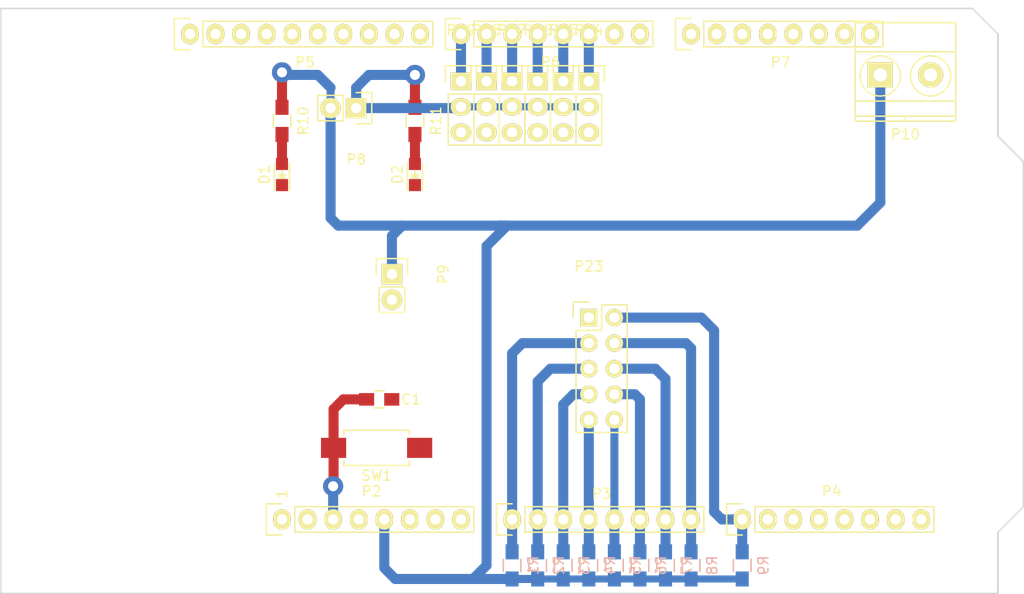
<source format=kicad_pcb>
(kicad_pcb (version 4) (host pcbnew 4.0.4-stable)

  (general
    (links 63)
    (no_connects 15)
    (area 103.302999 67.355 205.053001 126.567001)
    (thickness 1.6)
    (drawings 14)
    (tracks 95)
    (zones 0)
    (modules 31)
    (nets 22)
  )

  (page A4)
  (title_block
    (date "mar. 31 mars 2015")
  )

  (layers
    (0 F.Cu signal)
    (31 B.Cu signal)
    (32 B.Adhes user)
    (33 F.Adhes user)
    (34 B.Paste user)
    (35 F.Paste user)
    (36 B.SilkS user)
    (37 F.SilkS user)
    (38 B.Mask user)
    (39 F.Mask user)
    (40 Dwgs.User user)
    (41 Cmts.User user)
    (42 Eco1.User user)
    (43 Eco2.User user)
    (44 Edge.Cuts user)
    (45 Margin user)
    (46 B.CrtYd user)
    (47 F.CrtYd user)
    (48 B.Fab user)
    (49 F.Fab user)
  )

  (setup
    (last_trace_width 0.8)
    (user_trace_width 0.3)
    (user_trace_width 0.4)
    (user_trace_width 0.5)
    (user_trace_width 0.6)
    (user_trace_width 0.7)
    (user_trace_width 0.8)
    (user_trace_width 0.9)
    (user_trace_width 1)
    (trace_clearance 0.2)
    (zone_clearance 0.508)
    (zone_45_only yes)
    (trace_min 0.2)
    (segment_width 0.15)
    (edge_width 0.15)
    (via_size 0.6)
    (via_drill 0.4)
    (via_min_size 0.4)
    (via_min_drill 0.3)
    (user_via 2 1)
    (uvia_size 0.3)
    (uvia_drill 0.1)
    (uvias_allowed no)
    (uvia_min_size 0.2)
    (uvia_min_drill 0.1)
    (pcb_text_width 0.3)
    (pcb_text_size 1.5 1.5)
    (mod_edge_width 0.15)
    (mod_text_size 1 1)
    (mod_text_width 0.15)
    (pad_size 4.064 4.064)
    (pad_drill 3.048)
    (pad_to_mask_clearance 0)
    (aux_axis_origin 103.378 121.666)
    (visible_elements 7FFFFFFF)
    (pcbplotparams
      (layerselection 0x00030_80000001)
      (usegerberextensions false)
      (excludeedgelayer true)
      (linewidth 0.100000)
      (plotframeref false)
      (viasonmask false)
      (mode 1)
      (useauxorigin false)
      (hpglpennumber 1)
      (hpglpenspeed 20)
      (hpglpendiameter 15)
      (hpglpenoverlay 2)
      (psnegative false)
      (psa4output false)
      (plotreference true)
      (plotvalue true)
      (plotinvisibletext false)
      (padsonsilk false)
      (subtractmaskfromsilk false)
      (outputformat 1)
      (mirror false)
      (drillshape 1)
      (scaleselection 1)
      (outputdirectory ""))
  )

  (net 0 "")
  (net 1 GND)
  (net 2 +5V)
  (net 3 RST)
  (net 4 "Net-(D1-Pad2)")
  (net 5 "Net-(D2-Pad2)")
  (net 6 /VoltageDivider/ADC1)
  (net 7 /VoltageDivider/ADC2)
  (net 8 /VoltageDivider/ADC3)
  (net 9 /VoltageDivider/ADC4)
  (net 10 /VoltageDivider/ADC5)
  (net 11 /VoltageDivider/ADC6)
  (net 12 /VoltageDivider/ADC7)
  (net 13 /VoltageDivider/ADC8)
  (net 14 /Arduino_CON/PWM5)
  (net 15 /Arduino_CON/PWM4)
  (net 16 /Arduino_CON/PWM3)
  (net 17 /Arduino_CON/PWM2)
  (net 18 /Arduino_CON/PWM1)
  (net 19 /Arduino_CON/PWM0)
  (net 20 /VoltageDivider/ADC0)
  (net 21 5V_SERVO)

  (net_class Default "This is the default net class."
    (clearance 0.2)
    (trace_width 0.25)
    (via_dia 0.6)
    (via_drill 0.4)
    (uvia_dia 0.3)
    (uvia_drill 0.1)
    (add_net +5V)
    (add_net /Arduino_CON/PWM0)
    (add_net /Arduino_CON/PWM1)
    (add_net /Arduino_CON/PWM2)
    (add_net /Arduino_CON/PWM3)
    (add_net /Arduino_CON/PWM4)
    (add_net /Arduino_CON/PWM5)
    (add_net /VoltageDivider/ADC0)
    (add_net /VoltageDivider/ADC1)
    (add_net /VoltageDivider/ADC2)
    (add_net /VoltageDivider/ADC3)
    (add_net /VoltageDivider/ADC4)
    (add_net /VoltageDivider/ADC5)
    (add_net /VoltageDivider/ADC6)
    (add_net /VoltageDivider/ADC7)
    (add_net /VoltageDivider/ADC8)
    (add_net 5V_SERVO)
    (add_net GND)
    (add_net "Net-(D1-Pad2)")
    (add_net "Net-(D2-Pad2)")
    (add_net RST)
  )

  (module Socket_Arduino_Mega:Socket_Strip_Arduino_1x08 locked (layer F.Cu) (tedit 55216755) (tstamp 551AFCFC)
    (at 131.318 119.126)
    (descr "Through hole socket strip")
    (tags "socket strip")
    (path /57FFE3EE/5519888A)
    (fp_text reference P2 (at 8.89 -2.794) (layer F.SilkS)
      (effects (font (size 1 1) (thickness 0.15)))
    )
    (fp_text value Power (at 8.89 -4.318) (layer F.Fab)
      (effects (font (size 1 1) (thickness 0.15)))
    )
    (fp_line (start -1.75 -1.75) (end -1.75 1.75) (layer F.CrtYd) (width 0.05))
    (fp_line (start 19.55 -1.75) (end 19.55 1.75) (layer F.CrtYd) (width 0.05))
    (fp_line (start -1.75 -1.75) (end 19.55 -1.75) (layer F.CrtYd) (width 0.05))
    (fp_line (start -1.75 1.75) (end 19.55 1.75) (layer F.CrtYd) (width 0.05))
    (fp_line (start 1.27 1.27) (end 19.05 1.27) (layer F.SilkS) (width 0.15))
    (fp_line (start 19.05 1.27) (end 19.05 -1.27) (layer F.SilkS) (width 0.15))
    (fp_line (start 19.05 -1.27) (end 1.27 -1.27) (layer F.SilkS) (width 0.15))
    (fp_line (start -1.55 1.55) (end 0 1.55) (layer F.SilkS) (width 0.15))
    (fp_line (start 1.27 1.27) (end 1.27 -1.27) (layer F.SilkS) (width 0.15))
    (fp_line (start 0 -1.55) (end -1.55 -1.55) (layer F.SilkS) (width 0.15))
    (fp_line (start -1.55 -1.55) (end -1.55 1.55) (layer F.SilkS) (width 0.15))
    (pad 1 thru_hole oval (at 0 0) (size 1.7272 2.032) (drill 1.016) (layers *.Cu *.Mask F.SilkS))
    (pad 2 thru_hole oval (at 2.54 0) (size 1.7272 2.032) (drill 1.016) (layers *.Cu *.Mask F.SilkS))
    (pad 3 thru_hole oval (at 5.08 0) (size 1.7272 2.032) (drill 1.016) (layers *.Cu *.Mask F.SilkS)
      (net 3 RST))
    (pad 4 thru_hole oval (at 7.62 0) (size 1.7272 2.032) (drill 1.016) (layers *.Cu *.Mask F.SilkS))
    (pad 5 thru_hole oval (at 10.16 0) (size 1.7272 2.032) (drill 1.016) (layers *.Cu *.Mask F.SilkS)
      (net 2 +5V))
    (pad 6 thru_hole oval (at 12.7 0) (size 1.7272 2.032) (drill 1.016) (layers *.Cu *.Mask F.SilkS)
      (net 1 GND))
    (pad 7 thru_hole oval (at 15.24 0) (size 1.7272 2.032) (drill 1.016) (layers *.Cu *.Mask F.SilkS)
      (net 1 GND))
    (pad 8 thru_hole oval (at 17.78 0) (size 1.7272 2.032) (drill 1.016) (layers *.Cu *.Mask F.SilkS))
    (model ${KIPRJMOD}/Socket_Arduino_Mega.3dshapes/Socket_header_Arduino_1x08.wrl
      (at (xyz 0.35 0 0))
      (scale (xyz 1 1 1))
      (rotate (xyz 0 0 180))
    )
  )

  (module Socket_Arduino_Mega:Socket_Strip_Arduino_1x08 locked (layer F.Cu) (tedit 5521677D) (tstamp 551AFD13)
    (at 154.178 119.126)
    (descr "Through hole socket strip")
    (tags "socket strip")
    (path /57FFE3EE/5519891B)
    (fp_text reference P3 (at 8.89 -2.54) (layer F.SilkS)
      (effects (font (size 1 1) (thickness 0.15)))
    )
    (fp_text value Analog (at 8.89 -4.318) (layer F.Fab)
      (effects (font (size 1 1) (thickness 0.15)))
    )
    (fp_line (start -1.75 -1.75) (end -1.75 1.75) (layer F.CrtYd) (width 0.05))
    (fp_line (start 19.55 -1.75) (end 19.55 1.75) (layer F.CrtYd) (width 0.05))
    (fp_line (start -1.75 -1.75) (end 19.55 -1.75) (layer F.CrtYd) (width 0.05))
    (fp_line (start -1.75 1.75) (end 19.55 1.75) (layer F.CrtYd) (width 0.05))
    (fp_line (start 1.27 1.27) (end 19.05 1.27) (layer F.SilkS) (width 0.15))
    (fp_line (start 19.05 1.27) (end 19.05 -1.27) (layer F.SilkS) (width 0.15))
    (fp_line (start 19.05 -1.27) (end 1.27 -1.27) (layer F.SilkS) (width 0.15))
    (fp_line (start -1.55 1.55) (end 0 1.55) (layer F.SilkS) (width 0.15))
    (fp_line (start 1.27 1.27) (end 1.27 -1.27) (layer F.SilkS) (width 0.15))
    (fp_line (start 0 -1.55) (end -1.55 -1.55) (layer F.SilkS) (width 0.15))
    (fp_line (start -1.55 -1.55) (end -1.55 1.55) (layer F.SilkS) (width 0.15))
    (pad 1 thru_hole oval (at 0 0) (size 1.7272 2.032) (drill 1.016) (layers *.Cu *.Mask F.SilkS)
      (net 20 /VoltageDivider/ADC0))
    (pad 2 thru_hole oval (at 2.54 0) (size 1.7272 2.032) (drill 1.016) (layers *.Cu *.Mask F.SilkS)
      (net 6 /VoltageDivider/ADC1))
    (pad 3 thru_hole oval (at 5.08 0) (size 1.7272 2.032) (drill 1.016) (layers *.Cu *.Mask F.SilkS)
      (net 7 /VoltageDivider/ADC2))
    (pad 4 thru_hole oval (at 7.62 0) (size 1.7272 2.032) (drill 1.016) (layers *.Cu *.Mask F.SilkS)
      (net 8 /VoltageDivider/ADC3))
    (pad 5 thru_hole oval (at 10.16 0) (size 1.7272 2.032) (drill 1.016) (layers *.Cu *.Mask F.SilkS)
      (net 9 /VoltageDivider/ADC4))
    (pad 6 thru_hole oval (at 12.7 0) (size 1.7272 2.032) (drill 1.016) (layers *.Cu *.Mask F.SilkS)
      (net 10 /VoltageDivider/ADC5))
    (pad 7 thru_hole oval (at 15.24 0) (size 1.7272 2.032) (drill 1.016) (layers *.Cu *.Mask F.SilkS)
      (net 11 /VoltageDivider/ADC6))
    (pad 8 thru_hole oval (at 17.78 0) (size 1.7272 2.032) (drill 1.016) (layers *.Cu *.Mask F.SilkS)
      (net 12 /VoltageDivider/ADC7))
    (model ${KIPRJMOD}/Socket_Arduino_Mega.3dshapes/Socket_header_Arduino_1x08.wrl
      (at (xyz 0.35 0 0))
      (scale (xyz 1 1 1))
      (rotate (xyz 0 0 180))
    )
  )

  (module Socket_Arduino_Mega:Socket_Strip_Arduino_1x08 locked (layer F.Cu) (tedit 55216772) (tstamp 551AFD2A)
    (at 177.038 119.126)
    (descr "Through hole socket strip")
    (tags "socket strip")
    (path /57FFE3EE/551989CF)
    (fp_text reference P4 (at 8.89 -2.794) (layer F.SilkS)
      (effects (font (size 1 1) (thickness 0.15)))
    )
    (fp_text value Analog (at 8.89 -4.318) (layer F.Fab)
      (effects (font (size 1 1) (thickness 0.15)))
    )
    (fp_line (start -1.75 -1.75) (end -1.75 1.75) (layer F.CrtYd) (width 0.05))
    (fp_line (start 19.55 -1.75) (end 19.55 1.75) (layer F.CrtYd) (width 0.05))
    (fp_line (start -1.75 -1.75) (end 19.55 -1.75) (layer F.CrtYd) (width 0.05))
    (fp_line (start -1.75 1.75) (end 19.55 1.75) (layer F.CrtYd) (width 0.05))
    (fp_line (start 1.27 1.27) (end 19.05 1.27) (layer F.SilkS) (width 0.15))
    (fp_line (start 19.05 1.27) (end 19.05 -1.27) (layer F.SilkS) (width 0.15))
    (fp_line (start 19.05 -1.27) (end 1.27 -1.27) (layer F.SilkS) (width 0.15))
    (fp_line (start -1.55 1.55) (end 0 1.55) (layer F.SilkS) (width 0.15))
    (fp_line (start 1.27 1.27) (end 1.27 -1.27) (layer F.SilkS) (width 0.15))
    (fp_line (start 0 -1.55) (end -1.55 -1.55) (layer F.SilkS) (width 0.15))
    (fp_line (start -1.55 -1.55) (end -1.55 1.55) (layer F.SilkS) (width 0.15))
    (pad 1 thru_hole oval (at 0 0) (size 1.7272 2.032) (drill 1.016) (layers *.Cu *.Mask F.SilkS)
      (net 13 /VoltageDivider/ADC8))
    (pad 2 thru_hole oval (at 2.54 0) (size 1.7272 2.032) (drill 1.016) (layers *.Cu *.Mask F.SilkS))
    (pad 3 thru_hole oval (at 5.08 0) (size 1.7272 2.032) (drill 1.016) (layers *.Cu *.Mask F.SilkS))
    (pad 4 thru_hole oval (at 7.62 0) (size 1.7272 2.032) (drill 1.016) (layers *.Cu *.Mask F.SilkS))
    (pad 5 thru_hole oval (at 10.16 0) (size 1.7272 2.032) (drill 1.016) (layers *.Cu *.Mask F.SilkS))
    (pad 6 thru_hole oval (at 12.7 0) (size 1.7272 2.032) (drill 1.016) (layers *.Cu *.Mask F.SilkS))
    (pad 7 thru_hole oval (at 15.24 0) (size 1.7272 2.032) (drill 1.016) (layers *.Cu *.Mask F.SilkS))
    (pad 8 thru_hole oval (at 17.78 0) (size 1.7272 2.032) (drill 1.016) (layers *.Cu *.Mask F.SilkS))
    (model ${KIPRJMOD}/Socket_Arduino_Mega.3dshapes/Socket_header_Arduino_1x08.wrl
      (at (xyz 0.35 0 0))
      (scale (xyz 1 1 1))
      (rotate (xyz 0 0 180))
    )
  )

  (module Socket_Arduino_Mega:Socket_Strip_Arduino_1x10 locked (layer F.Cu) (tedit 551AFC9C) (tstamp 551AFD43)
    (at 122.174 70.866)
    (descr "Through hole socket strip")
    (tags "socket strip")
    (path /57FFE3EE/55198BE2)
    (fp_text reference P5 (at 11.43 2.794) (layer F.SilkS)
      (effects (font (size 1 1) (thickness 0.15)))
    )
    (fp_text value PWM (at 11.43 4.318) (layer F.Fab)
      (effects (font (size 1 1) (thickness 0.15)))
    )
    (fp_line (start -1.75 -1.75) (end -1.75 1.75) (layer F.CrtYd) (width 0.05))
    (fp_line (start 24.65 -1.75) (end 24.65 1.75) (layer F.CrtYd) (width 0.05))
    (fp_line (start -1.75 -1.75) (end 24.65 -1.75) (layer F.CrtYd) (width 0.05))
    (fp_line (start -1.75 1.75) (end 24.65 1.75) (layer F.CrtYd) (width 0.05))
    (fp_line (start 1.27 1.27) (end 24.13 1.27) (layer F.SilkS) (width 0.15))
    (fp_line (start 24.13 1.27) (end 24.13 -1.27) (layer F.SilkS) (width 0.15))
    (fp_line (start 24.13 -1.27) (end 1.27 -1.27) (layer F.SilkS) (width 0.15))
    (fp_line (start -1.55 1.55) (end 0 1.55) (layer F.SilkS) (width 0.15))
    (fp_line (start 1.27 1.27) (end 1.27 -1.27) (layer F.SilkS) (width 0.15))
    (fp_line (start 0 -1.55) (end -1.55 -1.55) (layer F.SilkS) (width 0.15))
    (fp_line (start -1.55 -1.55) (end -1.55 1.55) (layer F.SilkS) (width 0.15))
    (pad 1 thru_hole oval (at 0 0) (size 1.7272 2.032) (drill 1.016) (layers *.Cu *.Mask F.SilkS))
    (pad 2 thru_hole oval (at 2.54 0) (size 1.7272 2.032) (drill 1.016) (layers *.Cu *.Mask F.SilkS))
    (pad 3 thru_hole oval (at 5.08 0) (size 1.7272 2.032) (drill 1.016) (layers *.Cu *.Mask F.SilkS))
    (pad 4 thru_hole oval (at 7.62 0) (size 1.7272 2.032) (drill 1.016) (layers *.Cu *.Mask F.SilkS)
      (net 1 GND))
    (pad 5 thru_hole oval (at 10.16 0) (size 1.7272 2.032) (drill 1.016) (layers *.Cu *.Mask F.SilkS))
    (pad 6 thru_hole oval (at 12.7 0) (size 1.7272 2.032) (drill 1.016) (layers *.Cu *.Mask F.SilkS))
    (pad 7 thru_hole oval (at 15.24 0) (size 1.7272 2.032) (drill 1.016) (layers *.Cu *.Mask F.SilkS))
    (pad 8 thru_hole oval (at 17.78 0) (size 1.7272 2.032) (drill 1.016) (layers *.Cu *.Mask F.SilkS))
    (pad 9 thru_hole oval (at 20.32 0) (size 1.7272 2.032) (drill 1.016) (layers *.Cu *.Mask F.SilkS))
    (pad 10 thru_hole oval (at 22.86 0) (size 1.7272 2.032) (drill 1.016) (layers *.Cu *.Mask F.SilkS))
    (model ${KIPRJMOD}/Socket_Arduino_Mega.3dshapes/Socket_header_Arduino_1x10.wrl
      (at (xyz 0.45 0 0))
      (scale (xyz 1 1 1))
      (rotate (xyz 0 0 180))
    )
  )

  (module Socket_Arduino_Mega:Socket_Strip_Arduino_1x08 locked (layer F.Cu) (tedit 551AFC7F) (tstamp 551AFD5A)
    (at 149.098 70.866)
    (descr "Through hole socket strip")
    (tags "socket strip")
    (path /57FFE3EE/55198A32)
    (fp_text reference P6 (at 8.89 2.794) (layer F.SilkS)
      (effects (font (size 1 1) (thickness 0.15)))
    )
    (fp_text value PWM (at 8.89 4.318) (layer F.Fab)
      (effects (font (size 1 1) (thickness 0.15)))
    )
    (fp_line (start -1.75 -1.75) (end -1.75 1.75) (layer F.CrtYd) (width 0.05))
    (fp_line (start 19.55 -1.75) (end 19.55 1.75) (layer F.CrtYd) (width 0.05))
    (fp_line (start -1.75 -1.75) (end 19.55 -1.75) (layer F.CrtYd) (width 0.05))
    (fp_line (start -1.75 1.75) (end 19.55 1.75) (layer F.CrtYd) (width 0.05))
    (fp_line (start 1.27 1.27) (end 19.05 1.27) (layer F.SilkS) (width 0.15))
    (fp_line (start 19.05 1.27) (end 19.05 -1.27) (layer F.SilkS) (width 0.15))
    (fp_line (start 19.05 -1.27) (end 1.27 -1.27) (layer F.SilkS) (width 0.15))
    (fp_line (start -1.55 1.55) (end 0 1.55) (layer F.SilkS) (width 0.15))
    (fp_line (start 1.27 1.27) (end 1.27 -1.27) (layer F.SilkS) (width 0.15))
    (fp_line (start 0 -1.55) (end -1.55 -1.55) (layer F.SilkS) (width 0.15))
    (fp_line (start -1.55 -1.55) (end -1.55 1.55) (layer F.SilkS) (width 0.15))
    (pad 1 thru_hole oval (at 0 0) (size 1.7272 2.032) (drill 1.016) (layers *.Cu *.Mask F.SilkS)
      (net 14 /Arduino_CON/PWM5))
    (pad 2 thru_hole oval (at 2.54 0) (size 1.7272 2.032) (drill 1.016) (layers *.Cu *.Mask F.SilkS)
      (net 15 /Arduino_CON/PWM4))
    (pad 3 thru_hole oval (at 5.08 0) (size 1.7272 2.032) (drill 1.016) (layers *.Cu *.Mask F.SilkS)
      (net 16 /Arduino_CON/PWM3))
    (pad 4 thru_hole oval (at 7.62 0) (size 1.7272 2.032) (drill 1.016) (layers *.Cu *.Mask F.SilkS)
      (net 17 /Arduino_CON/PWM2))
    (pad 5 thru_hole oval (at 10.16 0) (size 1.7272 2.032) (drill 1.016) (layers *.Cu *.Mask F.SilkS)
      (net 18 /Arduino_CON/PWM1))
    (pad 6 thru_hole oval (at 12.7 0) (size 1.7272 2.032) (drill 1.016) (layers *.Cu *.Mask F.SilkS)
      (net 19 /Arduino_CON/PWM0))
    (pad 7 thru_hole oval (at 15.24 0) (size 1.7272 2.032) (drill 1.016) (layers *.Cu *.Mask F.SilkS))
    (pad 8 thru_hole oval (at 17.78 0) (size 1.7272 2.032) (drill 1.016) (layers *.Cu *.Mask F.SilkS))
    (model ${KIPRJMOD}/Socket_Arduino_Mega.3dshapes/Socket_header_Arduino_1x08.wrl
      (at (xyz 0.35 0 0))
      (scale (xyz 1 1 1))
      (rotate (xyz 0 0 180))
    )
  )

  (module Socket_Arduino_Mega:Socket_Strip_Arduino_1x08 locked (layer F.Cu) (tedit 551AFC73) (tstamp 551AFD71)
    (at 171.958 70.866)
    (descr "Through hole socket strip")
    (tags "socket strip")
    (path /57FFE3EE/55198B76)
    (fp_text reference P7 (at 8.89 2.794) (layer F.SilkS)
      (effects (font (size 1 1) (thickness 0.15)))
    )
    (fp_text value Communication (at 8.89 4.064) (layer F.Fab)
      (effects (font (size 1 1) (thickness 0.15)))
    )
    (fp_line (start -1.75 -1.75) (end -1.75 1.75) (layer F.CrtYd) (width 0.05))
    (fp_line (start 19.55 -1.75) (end 19.55 1.75) (layer F.CrtYd) (width 0.05))
    (fp_line (start -1.75 -1.75) (end 19.55 -1.75) (layer F.CrtYd) (width 0.05))
    (fp_line (start -1.75 1.75) (end 19.55 1.75) (layer F.CrtYd) (width 0.05))
    (fp_line (start 1.27 1.27) (end 19.05 1.27) (layer F.SilkS) (width 0.15))
    (fp_line (start 19.05 1.27) (end 19.05 -1.27) (layer F.SilkS) (width 0.15))
    (fp_line (start 19.05 -1.27) (end 1.27 -1.27) (layer F.SilkS) (width 0.15))
    (fp_line (start -1.55 1.55) (end 0 1.55) (layer F.SilkS) (width 0.15))
    (fp_line (start 1.27 1.27) (end 1.27 -1.27) (layer F.SilkS) (width 0.15))
    (fp_line (start 0 -1.55) (end -1.55 -1.55) (layer F.SilkS) (width 0.15))
    (fp_line (start -1.55 -1.55) (end -1.55 1.55) (layer F.SilkS) (width 0.15))
    (pad 1 thru_hole oval (at 0 0) (size 1.7272 2.032) (drill 1.016) (layers *.Cu *.Mask F.SilkS))
    (pad 2 thru_hole oval (at 2.54 0) (size 1.7272 2.032) (drill 1.016) (layers *.Cu *.Mask F.SilkS))
    (pad 3 thru_hole oval (at 5.08 0) (size 1.7272 2.032) (drill 1.016) (layers *.Cu *.Mask F.SilkS))
    (pad 4 thru_hole oval (at 7.62 0) (size 1.7272 2.032) (drill 1.016) (layers *.Cu *.Mask F.SilkS))
    (pad 5 thru_hole oval (at 10.16 0) (size 1.7272 2.032) (drill 1.016) (layers *.Cu *.Mask F.SilkS))
    (pad 6 thru_hole oval (at 12.7 0) (size 1.7272 2.032) (drill 1.016) (layers *.Cu *.Mask F.SilkS))
    (pad 7 thru_hole oval (at 15.24 0) (size 1.7272 2.032) (drill 1.016) (layers *.Cu *.Mask F.SilkS))
    (pad 8 thru_hole oval (at 17.78 0) (size 1.7272 2.032) (drill 1.016) (layers *.Cu *.Mask F.SilkS))
    (model ${KIPRJMOD}/Socket_Arduino_Mega.3dshapes/Socket_header_Arduino_1x08.wrl
      (at (xyz 0.35 0 0))
      (scale (xyz 1 1 1))
      (rotate (xyz 0 0 180))
    )
  )

  (module Capacitors_SMD:C_0805_HandSoldering (layer F.Cu) (tedit 57FE168D) (tstamp 57FD729C)
    (at 140.97 107.188 180)
    (descr "Capacitor SMD 0805, hand soldering")
    (tags "capacitor 0805")
    (path /57FDD173/57FE2CD4)
    (attr smd)
    (fp_text reference C1 (at -3.175 0 180) (layer F.SilkS)
      (effects (font (size 1 1) (thickness 0.15)))
    )
    (fp_text value 100nF (at 0 2.1 180) (layer F.Fab)
      (effects (font (size 1 1) (thickness 0.15)))
    )
    (fp_line (start -1 0.625) (end -1 -0.625) (layer F.Fab) (width 0.15))
    (fp_line (start 1 0.625) (end -1 0.625) (layer F.Fab) (width 0.15))
    (fp_line (start 1 -0.625) (end 1 0.625) (layer F.Fab) (width 0.15))
    (fp_line (start -1 -0.625) (end 1 -0.625) (layer F.Fab) (width 0.15))
    (fp_line (start -2.3 -1) (end 2.3 -1) (layer F.CrtYd) (width 0.05))
    (fp_line (start -2.3 1) (end 2.3 1) (layer F.CrtYd) (width 0.05))
    (fp_line (start -2.3 -1) (end -2.3 1) (layer F.CrtYd) (width 0.05))
    (fp_line (start 2.3 -1) (end 2.3 1) (layer F.CrtYd) (width 0.05))
    (fp_line (start 0.5 -0.85) (end -0.5 -0.85) (layer F.SilkS) (width 0.15))
    (fp_line (start -0.5 0.85) (end 0.5 0.85) (layer F.SilkS) (width 0.15))
    (pad 1 smd rect (at -1.25 0 180) (size 1.5 1.25) (layers F.Cu F.Paste F.Mask)
      (net 1 GND))
    (pad 2 smd rect (at 1.25 0 180) (size 1.5 1.25) (layers F.Cu F.Paste F.Mask)
      (net 3 RST))
    (model Capacitors_SMD.3dshapes/C_0805_HandSoldering.wrl
      (at (xyz 0 0 0))
      (scale (xyz 1 1 1))
      (rotate (xyz 0 0 0))
    )
  )

  (module LEDs:LED_0805 (layer F.Cu) (tedit 55BDE1C2) (tstamp 57FD72A2)
    (at 131.318 84.836 90)
    (descr "LED 0805 smd package")
    (tags "LED 0805 SMD")
    (path /57FDEC0D/57FDEF85)
    (attr smd)
    (fp_text reference D1 (at 0 -1.75 90) (layer F.SilkS)
      (effects (font (size 1 1) (thickness 0.15)))
    )
    (fp_text value POWER_LED (at 0 1.75 90) (layer F.Fab)
      (effects (font (size 1 1) (thickness 0.15)))
    )
    (fp_line (start -0.4 -0.3) (end -0.4 0.3) (layer F.Fab) (width 0.15))
    (fp_line (start -0.3 0) (end 0 -0.3) (layer F.Fab) (width 0.15))
    (fp_line (start 0 0.3) (end -0.3 0) (layer F.Fab) (width 0.15))
    (fp_line (start 0 -0.3) (end 0 0.3) (layer F.Fab) (width 0.15))
    (fp_line (start 1 -0.6) (end -1 -0.6) (layer F.Fab) (width 0.15))
    (fp_line (start 1 0.6) (end 1 -0.6) (layer F.Fab) (width 0.15))
    (fp_line (start -1 0.6) (end 1 0.6) (layer F.Fab) (width 0.15))
    (fp_line (start -1 -0.6) (end -1 0.6) (layer F.Fab) (width 0.15))
    (fp_line (start -1.6 0.75) (end 1.1 0.75) (layer F.SilkS) (width 0.15))
    (fp_line (start -1.6 -0.75) (end 1.1 -0.75) (layer F.SilkS) (width 0.15))
    (fp_line (start -0.1 0.15) (end -0.1 -0.1) (layer F.SilkS) (width 0.15))
    (fp_line (start -0.1 -0.1) (end -0.25 0.05) (layer F.SilkS) (width 0.15))
    (fp_line (start -0.35 -0.35) (end -0.35 0.35) (layer F.SilkS) (width 0.15))
    (fp_line (start 0 0) (end 0.35 0) (layer F.SilkS) (width 0.15))
    (fp_line (start -0.35 0) (end 0 -0.35) (layer F.SilkS) (width 0.15))
    (fp_line (start 0 -0.35) (end 0 0.35) (layer F.SilkS) (width 0.15))
    (fp_line (start 0 0.35) (end -0.35 0) (layer F.SilkS) (width 0.15))
    (fp_line (start 1.9 -0.95) (end 1.9 0.95) (layer F.CrtYd) (width 0.05))
    (fp_line (start 1.9 0.95) (end -1.9 0.95) (layer F.CrtYd) (width 0.05))
    (fp_line (start -1.9 0.95) (end -1.9 -0.95) (layer F.CrtYd) (width 0.05))
    (fp_line (start -1.9 -0.95) (end 1.9 -0.95) (layer F.CrtYd) (width 0.05))
    (pad 2 smd rect (at 1.04902 0 270) (size 1.19888 1.19888) (layers F.Cu F.Paste F.Mask)
      (net 4 "Net-(D1-Pad2)"))
    (pad 1 smd rect (at -1.04902 0 270) (size 1.19888 1.19888) (layers F.Cu F.Paste F.Mask)
      (net 1 GND))
    (model LEDs.3dshapes/LED_0805.wrl
      (at (xyz 0 0 0))
      (scale (xyz 1 1 1))
      (rotate (xyz 0 0 0))
    )
  )

  (module LEDs:LED_0805 (layer F.Cu) (tedit 55BDE1C2) (tstamp 57FD72A8)
    (at 144.526 84.836 90)
    (descr "LED 0805 smd package")
    (tags "LED 0805 SMD")
    (path /57FDEC0D/57FDF3F8)
    (attr smd)
    (fp_text reference D2 (at 0 -1.75 90) (layer F.SilkS)
      (effects (font (size 1 1) (thickness 0.15)))
    )
    (fp_text value SERVO_POWER_LED (at 0 1.75 90) (layer F.Fab)
      (effects (font (size 1 1) (thickness 0.15)))
    )
    (fp_line (start -0.4 -0.3) (end -0.4 0.3) (layer F.Fab) (width 0.15))
    (fp_line (start -0.3 0) (end 0 -0.3) (layer F.Fab) (width 0.15))
    (fp_line (start 0 0.3) (end -0.3 0) (layer F.Fab) (width 0.15))
    (fp_line (start 0 -0.3) (end 0 0.3) (layer F.Fab) (width 0.15))
    (fp_line (start 1 -0.6) (end -1 -0.6) (layer F.Fab) (width 0.15))
    (fp_line (start 1 0.6) (end 1 -0.6) (layer F.Fab) (width 0.15))
    (fp_line (start -1 0.6) (end 1 0.6) (layer F.Fab) (width 0.15))
    (fp_line (start -1 -0.6) (end -1 0.6) (layer F.Fab) (width 0.15))
    (fp_line (start -1.6 0.75) (end 1.1 0.75) (layer F.SilkS) (width 0.15))
    (fp_line (start -1.6 -0.75) (end 1.1 -0.75) (layer F.SilkS) (width 0.15))
    (fp_line (start -0.1 0.15) (end -0.1 -0.1) (layer F.SilkS) (width 0.15))
    (fp_line (start -0.1 -0.1) (end -0.25 0.05) (layer F.SilkS) (width 0.15))
    (fp_line (start -0.35 -0.35) (end -0.35 0.35) (layer F.SilkS) (width 0.15))
    (fp_line (start 0 0) (end 0.35 0) (layer F.SilkS) (width 0.15))
    (fp_line (start -0.35 0) (end 0 -0.35) (layer F.SilkS) (width 0.15))
    (fp_line (start 0 -0.35) (end 0 0.35) (layer F.SilkS) (width 0.15))
    (fp_line (start 0 0.35) (end -0.35 0) (layer F.SilkS) (width 0.15))
    (fp_line (start 1.9 -0.95) (end 1.9 0.95) (layer F.CrtYd) (width 0.05))
    (fp_line (start 1.9 0.95) (end -1.9 0.95) (layer F.CrtYd) (width 0.05))
    (fp_line (start -1.9 0.95) (end -1.9 -0.95) (layer F.CrtYd) (width 0.05))
    (fp_line (start -1.9 -0.95) (end 1.9 -0.95) (layer F.CrtYd) (width 0.05))
    (pad 2 smd rect (at 1.04902 0 270) (size 1.19888 1.19888) (layers F.Cu F.Paste F.Mask)
      (net 5 "Net-(D2-Pad2)"))
    (pad 1 smd rect (at -1.04902 0 270) (size 1.19888 1.19888) (layers F.Cu F.Paste F.Mask)
      (net 1 GND))
    (model LEDs.3dshapes/LED_0805.wrl
      (at (xyz 0 0 0))
      (scale (xyz 1 1 1))
      (rotate (xyz 0 0 0))
    )
  )

  (module Pin_Headers:Pin_Header_Straight_1x03 (layer F.Cu) (tedit 0) (tstamp 57FD72AF)
    (at 161.798 75.565)
    (descr "Through hole pin header")
    (tags "pin header")
    (path /57FD8425/57FDB1CC)
    (fp_text reference P14 (at 0 -5.1) (layer F.SilkS)
      (effects (font (size 1 1) (thickness 0.15)))
    )
    (fp_text value SERVO_OUT_0 (at 0 -3.1) (layer F.Fab)
      (effects (font (size 1 1) (thickness 0.15)))
    )
    (fp_line (start -1.75 -1.75) (end -1.75 6.85) (layer F.CrtYd) (width 0.05))
    (fp_line (start 1.75 -1.75) (end 1.75 6.85) (layer F.CrtYd) (width 0.05))
    (fp_line (start -1.75 -1.75) (end 1.75 -1.75) (layer F.CrtYd) (width 0.05))
    (fp_line (start -1.75 6.85) (end 1.75 6.85) (layer F.CrtYd) (width 0.05))
    (fp_line (start -1.27 1.27) (end -1.27 6.35) (layer F.SilkS) (width 0.15))
    (fp_line (start -1.27 6.35) (end 1.27 6.35) (layer F.SilkS) (width 0.15))
    (fp_line (start 1.27 6.35) (end 1.27 1.27) (layer F.SilkS) (width 0.15))
    (fp_line (start 1.55 -1.55) (end 1.55 0) (layer F.SilkS) (width 0.15))
    (fp_line (start 1.27 1.27) (end -1.27 1.27) (layer F.SilkS) (width 0.15))
    (fp_line (start -1.55 0) (end -1.55 -1.55) (layer F.SilkS) (width 0.15))
    (fp_line (start -1.55 -1.55) (end 1.55 -1.55) (layer F.SilkS) (width 0.15))
    (pad 1 thru_hole rect (at 0 0) (size 2.032 1.7272) (drill 1.016) (layers *.Cu *.Mask F.SilkS)
      (net 19 /Arduino_CON/PWM0))
    (pad 2 thru_hole oval (at 0 2.54) (size 2.032 1.7272) (drill 1.016) (layers *.Cu *.Mask F.SilkS)
      (net 21 5V_SERVO))
    (pad 3 thru_hole oval (at 0 5.08) (size 2.032 1.7272) (drill 1.016) (layers *.Cu *.Mask F.SilkS)
      (net 1 GND))
    (model Pin_Headers.3dshapes/Pin_Header_Straight_1x03.wrl
      (at (xyz 0 -0.1 0))
      (scale (xyz 1 1 1))
      (rotate (xyz 0 0 90))
    )
  )

  (module Pin_Headers:Pin_Header_Straight_1x03 (layer F.Cu) (tedit 0) (tstamp 57FD72B6)
    (at 159.258 75.565)
    (descr "Through hole pin header")
    (tags "pin header")
    (path /57FD8425/57FDC48B)
    (fp_text reference P15 (at 0 -5.1) (layer F.SilkS)
      (effects (font (size 1 1) (thickness 0.15)))
    )
    (fp_text value SERVO_OUT_1 (at 0 -3.1) (layer F.Fab)
      (effects (font (size 1 1) (thickness 0.15)))
    )
    (fp_line (start -1.75 -1.75) (end -1.75 6.85) (layer F.CrtYd) (width 0.05))
    (fp_line (start 1.75 -1.75) (end 1.75 6.85) (layer F.CrtYd) (width 0.05))
    (fp_line (start -1.75 -1.75) (end 1.75 -1.75) (layer F.CrtYd) (width 0.05))
    (fp_line (start -1.75 6.85) (end 1.75 6.85) (layer F.CrtYd) (width 0.05))
    (fp_line (start -1.27 1.27) (end -1.27 6.35) (layer F.SilkS) (width 0.15))
    (fp_line (start -1.27 6.35) (end 1.27 6.35) (layer F.SilkS) (width 0.15))
    (fp_line (start 1.27 6.35) (end 1.27 1.27) (layer F.SilkS) (width 0.15))
    (fp_line (start 1.55 -1.55) (end 1.55 0) (layer F.SilkS) (width 0.15))
    (fp_line (start 1.27 1.27) (end -1.27 1.27) (layer F.SilkS) (width 0.15))
    (fp_line (start -1.55 0) (end -1.55 -1.55) (layer F.SilkS) (width 0.15))
    (fp_line (start -1.55 -1.55) (end 1.55 -1.55) (layer F.SilkS) (width 0.15))
    (pad 1 thru_hole rect (at 0 0) (size 2.032 1.7272) (drill 1.016) (layers *.Cu *.Mask F.SilkS)
      (net 18 /Arduino_CON/PWM1))
    (pad 2 thru_hole oval (at 0 2.54) (size 2.032 1.7272) (drill 1.016) (layers *.Cu *.Mask F.SilkS)
      (net 21 5V_SERVO))
    (pad 3 thru_hole oval (at 0 5.08) (size 2.032 1.7272) (drill 1.016) (layers *.Cu *.Mask F.SilkS)
      (net 1 GND))
    (model Pin_Headers.3dshapes/Pin_Header_Straight_1x03.wrl
      (at (xyz 0 -0.1 0))
      (scale (xyz 1 1 1))
      (rotate (xyz 0 0 90))
    )
  )

  (module Pin_Headers:Pin_Header_Straight_1x03 (layer F.Cu) (tedit 0) (tstamp 57FD72BD)
    (at 156.718 75.565)
    (descr "Through hole pin header")
    (tags "pin header")
    (path /57FD8425/57FDC599)
    (fp_text reference P16 (at 0 -5.1) (layer F.SilkS)
      (effects (font (size 1 1) (thickness 0.15)))
    )
    (fp_text value SERVO_OUT_2 (at 0 -3.1) (layer F.Fab)
      (effects (font (size 1 1) (thickness 0.15)))
    )
    (fp_line (start -1.75 -1.75) (end -1.75 6.85) (layer F.CrtYd) (width 0.05))
    (fp_line (start 1.75 -1.75) (end 1.75 6.85) (layer F.CrtYd) (width 0.05))
    (fp_line (start -1.75 -1.75) (end 1.75 -1.75) (layer F.CrtYd) (width 0.05))
    (fp_line (start -1.75 6.85) (end 1.75 6.85) (layer F.CrtYd) (width 0.05))
    (fp_line (start -1.27 1.27) (end -1.27 6.35) (layer F.SilkS) (width 0.15))
    (fp_line (start -1.27 6.35) (end 1.27 6.35) (layer F.SilkS) (width 0.15))
    (fp_line (start 1.27 6.35) (end 1.27 1.27) (layer F.SilkS) (width 0.15))
    (fp_line (start 1.55 -1.55) (end 1.55 0) (layer F.SilkS) (width 0.15))
    (fp_line (start 1.27 1.27) (end -1.27 1.27) (layer F.SilkS) (width 0.15))
    (fp_line (start -1.55 0) (end -1.55 -1.55) (layer F.SilkS) (width 0.15))
    (fp_line (start -1.55 -1.55) (end 1.55 -1.55) (layer F.SilkS) (width 0.15))
    (pad 1 thru_hole rect (at 0 0) (size 2.032 1.7272) (drill 1.016) (layers *.Cu *.Mask F.SilkS)
      (net 17 /Arduino_CON/PWM2))
    (pad 2 thru_hole oval (at 0 2.54) (size 2.032 1.7272) (drill 1.016) (layers *.Cu *.Mask F.SilkS)
      (net 21 5V_SERVO))
    (pad 3 thru_hole oval (at 0 5.08) (size 2.032 1.7272) (drill 1.016) (layers *.Cu *.Mask F.SilkS)
      (net 1 GND))
    (model Pin_Headers.3dshapes/Pin_Header_Straight_1x03.wrl
      (at (xyz 0 -0.1 0))
      (scale (xyz 1 1 1))
      (rotate (xyz 0 0 90))
    )
  )

  (module Pin_Headers:Pin_Header_Straight_1x03 (layer F.Cu) (tedit 0) (tstamp 57FD72C4)
    (at 154.178 75.565)
    (descr "Through hole pin header")
    (tags "pin header")
    (path /57FD8425/57FDC5B1)
    (fp_text reference P17 (at 0 -5.1) (layer F.SilkS)
      (effects (font (size 1 1) (thickness 0.15)))
    )
    (fp_text value SERVO_OUT_3 (at 0 -3.1) (layer F.Fab)
      (effects (font (size 1 1) (thickness 0.15)))
    )
    (fp_line (start -1.75 -1.75) (end -1.75 6.85) (layer F.CrtYd) (width 0.05))
    (fp_line (start 1.75 -1.75) (end 1.75 6.85) (layer F.CrtYd) (width 0.05))
    (fp_line (start -1.75 -1.75) (end 1.75 -1.75) (layer F.CrtYd) (width 0.05))
    (fp_line (start -1.75 6.85) (end 1.75 6.85) (layer F.CrtYd) (width 0.05))
    (fp_line (start -1.27 1.27) (end -1.27 6.35) (layer F.SilkS) (width 0.15))
    (fp_line (start -1.27 6.35) (end 1.27 6.35) (layer F.SilkS) (width 0.15))
    (fp_line (start 1.27 6.35) (end 1.27 1.27) (layer F.SilkS) (width 0.15))
    (fp_line (start 1.55 -1.55) (end 1.55 0) (layer F.SilkS) (width 0.15))
    (fp_line (start 1.27 1.27) (end -1.27 1.27) (layer F.SilkS) (width 0.15))
    (fp_line (start -1.55 0) (end -1.55 -1.55) (layer F.SilkS) (width 0.15))
    (fp_line (start -1.55 -1.55) (end 1.55 -1.55) (layer F.SilkS) (width 0.15))
    (pad 1 thru_hole rect (at 0 0) (size 2.032 1.7272) (drill 1.016) (layers *.Cu *.Mask F.SilkS)
      (net 16 /Arduino_CON/PWM3))
    (pad 2 thru_hole oval (at 0 2.54) (size 2.032 1.7272) (drill 1.016) (layers *.Cu *.Mask F.SilkS)
      (net 21 5V_SERVO))
    (pad 3 thru_hole oval (at 0 5.08) (size 2.032 1.7272) (drill 1.016) (layers *.Cu *.Mask F.SilkS)
      (net 1 GND))
    (model Pin_Headers.3dshapes/Pin_Header_Straight_1x03.wrl
      (at (xyz 0 -0.1 0))
      (scale (xyz 1 1 1))
      (rotate (xyz 0 0 90))
    )
  )

  (module Pin_Headers:Pin_Header_Straight_1x03 (layer F.Cu) (tedit 0) (tstamp 57FD72CB)
    (at 151.638 75.565)
    (descr "Through hole pin header")
    (tags "pin header")
    (path /57FD8425/57FDC653)
    (fp_text reference P18 (at 0 -5.1) (layer F.SilkS)
      (effects (font (size 1 1) (thickness 0.15)))
    )
    (fp_text value SERVO_OUT_4 (at 0 -3.1) (layer F.Fab)
      (effects (font (size 1 1) (thickness 0.15)))
    )
    (fp_line (start -1.75 -1.75) (end -1.75 6.85) (layer F.CrtYd) (width 0.05))
    (fp_line (start 1.75 -1.75) (end 1.75 6.85) (layer F.CrtYd) (width 0.05))
    (fp_line (start -1.75 -1.75) (end 1.75 -1.75) (layer F.CrtYd) (width 0.05))
    (fp_line (start -1.75 6.85) (end 1.75 6.85) (layer F.CrtYd) (width 0.05))
    (fp_line (start -1.27 1.27) (end -1.27 6.35) (layer F.SilkS) (width 0.15))
    (fp_line (start -1.27 6.35) (end 1.27 6.35) (layer F.SilkS) (width 0.15))
    (fp_line (start 1.27 6.35) (end 1.27 1.27) (layer F.SilkS) (width 0.15))
    (fp_line (start 1.55 -1.55) (end 1.55 0) (layer F.SilkS) (width 0.15))
    (fp_line (start 1.27 1.27) (end -1.27 1.27) (layer F.SilkS) (width 0.15))
    (fp_line (start -1.55 0) (end -1.55 -1.55) (layer F.SilkS) (width 0.15))
    (fp_line (start -1.55 -1.55) (end 1.55 -1.55) (layer F.SilkS) (width 0.15))
    (pad 1 thru_hole rect (at 0 0) (size 2.032 1.7272) (drill 1.016) (layers *.Cu *.Mask F.SilkS)
      (net 15 /Arduino_CON/PWM4))
    (pad 2 thru_hole oval (at 0 2.54) (size 2.032 1.7272) (drill 1.016) (layers *.Cu *.Mask F.SilkS)
      (net 21 5V_SERVO))
    (pad 3 thru_hole oval (at 0 5.08) (size 2.032 1.7272) (drill 1.016) (layers *.Cu *.Mask F.SilkS)
      (net 1 GND))
    (model Pin_Headers.3dshapes/Pin_Header_Straight_1x03.wrl
      (at (xyz 0 -0.1 0))
      (scale (xyz 1 1 1))
      (rotate (xyz 0 0 90))
    )
  )

  (module Pin_Headers:Pin_Header_Straight_1x03 (layer F.Cu) (tedit 0) (tstamp 57FD72D2)
    (at 149.098 75.565)
    (descr "Through hole pin header")
    (tags "pin header")
    (path /57FD8425/57FDC66B)
    (fp_text reference P19 (at 0 -5.1) (layer F.SilkS)
      (effects (font (size 1 1) (thickness 0.15)))
    )
    (fp_text value SERVO_OUT_5 (at 0 -3.1) (layer F.Fab)
      (effects (font (size 1 1) (thickness 0.15)))
    )
    (fp_line (start -1.75 -1.75) (end -1.75 6.85) (layer F.CrtYd) (width 0.05))
    (fp_line (start 1.75 -1.75) (end 1.75 6.85) (layer F.CrtYd) (width 0.05))
    (fp_line (start -1.75 -1.75) (end 1.75 -1.75) (layer F.CrtYd) (width 0.05))
    (fp_line (start -1.75 6.85) (end 1.75 6.85) (layer F.CrtYd) (width 0.05))
    (fp_line (start -1.27 1.27) (end -1.27 6.35) (layer F.SilkS) (width 0.15))
    (fp_line (start -1.27 6.35) (end 1.27 6.35) (layer F.SilkS) (width 0.15))
    (fp_line (start 1.27 6.35) (end 1.27 1.27) (layer F.SilkS) (width 0.15))
    (fp_line (start 1.55 -1.55) (end 1.55 0) (layer F.SilkS) (width 0.15))
    (fp_line (start 1.27 1.27) (end -1.27 1.27) (layer F.SilkS) (width 0.15))
    (fp_line (start -1.55 0) (end -1.55 -1.55) (layer F.SilkS) (width 0.15))
    (fp_line (start -1.55 -1.55) (end 1.55 -1.55) (layer F.SilkS) (width 0.15))
    (pad 1 thru_hole rect (at 0 0) (size 2.032 1.7272) (drill 1.016) (layers *.Cu *.Mask F.SilkS)
      (net 14 /Arduino_CON/PWM5))
    (pad 2 thru_hole oval (at 0 2.54) (size 2.032 1.7272) (drill 1.016) (layers *.Cu *.Mask F.SilkS)
      (net 21 5V_SERVO))
    (pad 3 thru_hole oval (at 0 5.08) (size 2.032 1.7272) (drill 1.016) (layers *.Cu *.Mask F.SilkS)
      (net 1 GND))
    (model Pin_Headers.3dshapes/Pin_Header_Straight_1x03.wrl
      (at (xyz 0 -0.1 0))
      (scale (xyz 1 1 1))
      (rotate (xyz 0 0 90))
    )
  )

  (module Pin_Headers:Pin_Header_Straight_2x05 (layer F.Cu) (tedit 0) (tstamp 57FD72F0)
    (at 161.798 99.06)
    (descr "Through hole pin header")
    (tags "pin header")
    (path /57FDD173/57FDAB69)
    (fp_text reference P23 (at 0 -5.1) (layer F.SilkS)
      (effects (font (size 1 1) (thickness 0.15)))
    )
    (fp_text value SENOSRS_IN (at 0 -3.1) (layer F.Fab)
      (effects (font (size 1 1) (thickness 0.15)))
    )
    (fp_line (start -1.75 -1.75) (end -1.75 11.95) (layer F.CrtYd) (width 0.05))
    (fp_line (start 4.3 -1.75) (end 4.3 11.95) (layer F.CrtYd) (width 0.05))
    (fp_line (start -1.75 -1.75) (end 4.3 -1.75) (layer F.CrtYd) (width 0.05))
    (fp_line (start -1.75 11.95) (end 4.3 11.95) (layer F.CrtYd) (width 0.05))
    (fp_line (start 3.81 -1.27) (end 3.81 11.43) (layer F.SilkS) (width 0.15))
    (fp_line (start 3.81 11.43) (end -1.27 11.43) (layer F.SilkS) (width 0.15))
    (fp_line (start -1.27 11.43) (end -1.27 1.27) (layer F.SilkS) (width 0.15))
    (fp_line (start 3.81 -1.27) (end 1.27 -1.27) (layer F.SilkS) (width 0.15))
    (fp_line (start 0 -1.55) (end -1.55 -1.55) (layer F.SilkS) (width 0.15))
    (fp_line (start 1.27 -1.27) (end 1.27 1.27) (layer F.SilkS) (width 0.15))
    (fp_line (start 1.27 1.27) (end -1.27 1.27) (layer F.SilkS) (width 0.15))
    (fp_line (start -1.55 -1.55) (end -1.55 0) (layer F.SilkS) (width 0.15))
    (pad 1 thru_hole rect (at 0 0) (size 1.7272 1.7272) (drill 1.016) (layers *.Cu *.Mask F.SilkS)
      (net 1 GND))
    (pad 2 thru_hole oval (at 2.54 0) (size 1.7272 1.7272) (drill 1.016) (layers *.Cu *.Mask F.SilkS)
      (net 13 /VoltageDivider/ADC8))
    (pad 3 thru_hole oval (at 0 2.54) (size 1.7272 1.7272) (drill 1.016) (layers *.Cu *.Mask F.SilkS)
      (net 20 /VoltageDivider/ADC0))
    (pad 4 thru_hole oval (at 2.54 2.54) (size 1.7272 1.7272) (drill 1.016) (layers *.Cu *.Mask F.SilkS)
      (net 12 /VoltageDivider/ADC7))
    (pad 5 thru_hole oval (at 0 5.08) (size 1.7272 1.7272) (drill 1.016) (layers *.Cu *.Mask F.SilkS)
      (net 6 /VoltageDivider/ADC1))
    (pad 6 thru_hole oval (at 2.54 5.08) (size 1.7272 1.7272) (drill 1.016) (layers *.Cu *.Mask F.SilkS)
      (net 11 /VoltageDivider/ADC6))
    (pad 7 thru_hole oval (at 0 7.62) (size 1.7272 1.7272) (drill 1.016) (layers *.Cu *.Mask F.SilkS)
      (net 7 /VoltageDivider/ADC2))
    (pad 8 thru_hole oval (at 2.54 7.62) (size 1.7272 1.7272) (drill 1.016) (layers *.Cu *.Mask F.SilkS)
      (net 10 /VoltageDivider/ADC5))
    (pad 9 thru_hole oval (at 0 10.16) (size 1.7272 1.7272) (drill 1.016) (layers *.Cu *.Mask F.SilkS)
      (net 8 /VoltageDivider/ADC3))
    (pad 10 thru_hole oval (at 2.54 10.16) (size 1.7272 1.7272) (drill 1.016) (layers *.Cu *.Mask F.SilkS)
      (net 9 /VoltageDivider/ADC4))
    (model Pin_Headers.3dshapes/Pin_Header_Straight_2x05.wrl
      (at (xyz 0.05 -0.2 0))
      (scale (xyz 1 1 1))
      (rotate (xyz 0 0 90))
    )
  )

  (module Resistors_SMD:R_0805_HandSoldering (layer B.Cu) (tedit 54189DEE) (tstamp 57FD7300)
    (at 154.178 123.698 90)
    (descr "Resistor SMD 0805, hand soldering")
    (tags "resistor 0805")
    (path /57FD64B2/57FD681A)
    (attr smd)
    (fp_text reference R1 (at 0 2.1 90) (layer B.SilkS)
      (effects (font (size 1 1) (thickness 0.15)) (justify mirror))
    )
    (fp_text value 10k (at 0 -2.1 90) (layer B.Fab)
      (effects (font (size 1 1) (thickness 0.15)) (justify mirror))
    )
    (fp_line (start -2.4 1) (end 2.4 1) (layer B.CrtYd) (width 0.05))
    (fp_line (start -2.4 -1) (end 2.4 -1) (layer B.CrtYd) (width 0.05))
    (fp_line (start -2.4 1) (end -2.4 -1) (layer B.CrtYd) (width 0.05))
    (fp_line (start 2.4 1) (end 2.4 -1) (layer B.CrtYd) (width 0.05))
    (fp_line (start 0.6 -0.875) (end -0.6 -0.875) (layer B.SilkS) (width 0.15))
    (fp_line (start -0.6 0.875) (end 0.6 0.875) (layer B.SilkS) (width 0.15))
    (pad 1 smd rect (at -1.35 0 90) (size 1.5 1.3) (layers B.Cu B.Paste B.Mask)
      (net 2 +5V))
    (pad 2 smd rect (at 1.35 0 90) (size 1.5 1.3) (layers B.Cu B.Paste B.Mask)
      (net 20 /VoltageDivider/ADC0))
    (model Resistors_SMD.3dshapes/R_0805_HandSoldering.wrl
      (at (xyz 0 0 0))
      (scale (xyz 1 1 1))
      (rotate (xyz 0 0 0))
    )
  )

  (module Resistors_SMD:R_0805_HandSoldering (layer B.Cu) (tedit 54189DEE) (tstamp 57FD7306)
    (at 156.718 123.698 90)
    (descr "Resistor SMD 0805, hand soldering")
    (tags "resistor 0805")
    (path /57FD64B2/57FD6B0E)
    (attr smd)
    (fp_text reference R2 (at 0 2.1 90) (layer B.SilkS)
      (effects (font (size 1 1) (thickness 0.15)) (justify mirror))
    )
    (fp_text value 10k (at 0 -2.1 90) (layer B.Fab)
      (effects (font (size 1 1) (thickness 0.15)) (justify mirror))
    )
    (fp_line (start -2.4 1) (end 2.4 1) (layer B.CrtYd) (width 0.05))
    (fp_line (start -2.4 -1) (end 2.4 -1) (layer B.CrtYd) (width 0.05))
    (fp_line (start -2.4 1) (end -2.4 -1) (layer B.CrtYd) (width 0.05))
    (fp_line (start 2.4 1) (end 2.4 -1) (layer B.CrtYd) (width 0.05))
    (fp_line (start 0.6 -0.875) (end -0.6 -0.875) (layer B.SilkS) (width 0.15))
    (fp_line (start -0.6 0.875) (end 0.6 0.875) (layer B.SilkS) (width 0.15))
    (pad 1 smd rect (at -1.35 0 90) (size 1.5 1.3) (layers B.Cu B.Paste B.Mask)
      (net 2 +5V))
    (pad 2 smd rect (at 1.35 0 90) (size 1.5 1.3) (layers B.Cu B.Paste B.Mask)
      (net 6 /VoltageDivider/ADC1))
    (model Resistors_SMD.3dshapes/R_0805_HandSoldering.wrl
      (at (xyz 0 0 0))
      (scale (xyz 1 1 1))
      (rotate (xyz 0 0 0))
    )
  )

  (module Resistors_SMD:R_0805_HandSoldering (layer B.Cu) (tedit 54189DEE) (tstamp 57FD730C)
    (at 159.258 123.698 90)
    (descr "Resistor SMD 0805, hand soldering")
    (tags "resistor 0805")
    (path /57FD64B2/57FD6B9E)
    (attr smd)
    (fp_text reference R3 (at 0 2.1 90) (layer B.SilkS)
      (effects (font (size 1 1) (thickness 0.15)) (justify mirror))
    )
    (fp_text value 10k (at 0 -2.1 90) (layer B.Fab)
      (effects (font (size 1 1) (thickness 0.15)) (justify mirror))
    )
    (fp_line (start -2.4 1) (end 2.4 1) (layer B.CrtYd) (width 0.05))
    (fp_line (start -2.4 -1) (end 2.4 -1) (layer B.CrtYd) (width 0.05))
    (fp_line (start -2.4 1) (end -2.4 -1) (layer B.CrtYd) (width 0.05))
    (fp_line (start 2.4 1) (end 2.4 -1) (layer B.CrtYd) (width 0.05))
    (fp_line (start 0.6 -0.875) (end -0.6 -0.875) (layer B.SilkS) (width 0.15))
    (fp_line (start -0.6 0.875) (end 0.6 0.875) (layer B.SilkS) (width 0.15))
    (pad 1 smd rect (at -1.35 0 90) (size 1.5 1.3) (layers B.Cu B.Paste B.Mask)
      (net 2 +5V))
    (pad 2 smd rect (at 1.35 0 90) (size 1.5 1.3) (layers B.Cu B.Paste B.Mask)
      (net 7 /VoltageDivider/ADC2))
    (model Resistors_SMD.3dshapes/R_0805_HandSoldering.wrl
      (at (xyz 0 0 0))
      (scale (xyz 1 1 1))
      (rotate (xyz 0 0 0))
    )
  )

  (module Resistors_SMD:R_0805_HandSoldering (layer B.Cu) (tedit 54189DEE) (tstamp 57FD7312)
    (at 161.798 123.698 90)
    (descr "Resistor SMD 0805, hand soldering")
    (tags "resistor 0805")
    (path /57FD64B2/57FD6BA4)
    (attr smd)
    (fp_text reference R4 (at 0 2.1 90) (layer B.SilkS)
      (effects (font (size 1 1) (thickness 0.15)) (justify mirror))
    )
    (fp_text value 10k (at 0 -2.1 90) (layer B.Fab)
      (effects (font (size 1 1) (thickness 0.15)) (justify mirror))
    )
    (fp_line (start -2.4 1) (end 2.4 1) (layer B.CrtYd) (width 0.05))
    (fp_line (start -2.4 -1) (end 2.4 -1) (layer B.CrtYd) (width 0.05))
    (fp_line (start -2.4 1) (end -2.4 -1) (layer B.CrtYd) (width 0.05))
    (fp_line (start 2.4 1) (end 2.4 -1) (layer B.CrtYd) (width 0.05))
    (fp_line (start 0.6 -0.875) (end -0.6 -0.875) (layer B.SilkS) (width 0.15))
    (fp_line (start -0.6 0.875) (end 0.6 0.875) (layer B.SilkS) (width 0.15))
    (pad 1 smd rect (at -1.35 0 90) (size 1.5 1.3) (layers B.Cu B.Paste B.Mask)
      (net 2 +5V))
    (pad 2 smd rect (at 1.35 0 90) (size 1.5 1.3) (layers B.Cu B.Paste B.Mask)
      (net 8 /VoltageDivider/ADC3))
    (model Resistors_SMD.3dshapes/R_0805_HandSoldering.wrl
      (at (xyz 0 0 0))
      (scale (xyz 1 1 1))
      (rotate (xyz 0 0 0))
    )
  )

  (module Resistors_SMD:R_0805_HandSoldering (layer B.Cu) (tedit 54189DEE) (tstamp 57FD7318)
    (at 164.338 123.698 90)
    (descr "Resistor SMD 0805, hand soldering")
    (tags "resistor 0805")
    (path /57FD64B2/57FD6CED)
    (attr smd)
    (fp_text reference R5 (at 0 2.1 90) (layer B.SilkS)
      (effects (font (size 1 1) (thickness 0.15)) (justify mirror))
    )
    (fp_text value 10k (at 0 -2.1 90) (layer B.Fab)
      (effects (font (size 1 1) (thickness 0.15)) (justify mirror))
    )
    (fp_line (start -2.4 1) (end 2.4 1) (layer B.CrtYd) (width 0.05))
    (fp_line (start -2.4 -1) (end 2.4 -1) (layer B.CrtYd) (width 0.05))
    (fp_line (start -2.4 1) (end -2.4 -1) (layer B.CrtYd) (width 0.05))
    (fp_line (start 2.4 1) (end 2.4 -1) (layer B.CrtYd) (width 0.05))
    (fp_line (start 0.6 -0.875) (end -0.6 -0.875) (layer B.SilkS) (width 0.15))
    (fp_line (start -0.6 0.875) (end 0.6 0.875) (layer B.SilkS) (width 0.15))
    (pad 1 smd rect (at -1.35 0 90) (size 1.5 1.3) (layers B.Cu B.Paste B.Mask)
      (net 2 +5V))
    (pad 2 smd rect (at 1.35 0 90) (size 1.5 1.3) (layers B.Cu B.Paste B.Mask)
      (net 9 /VoltageDivider/ADC4))
    (model Resistors_SMD.3dshapes/R_0805_HandSoldering.wrl
      (at (xyz 0 0 0))
      (scale (xyz 1 1 1))
      (rotate (xyz 0 0 0))
    )
  )

  (module Resistors_SMD:R_0805_HandSoldering (layer B.Cu) (tedit 54189DEE) (tstamp 57FD731E)
    (at 166.878 123.698 90)
    (descr "Resistor SMD 0805, hand soldering")
    (tags "resistor 0805")
    (path /57FD64B2/57FD6CF3)
    (attr smd)
    (fp_text reference R6 (at 0 2.1 90) (layer B.SilkS)
      (effects (font (size 1 1) (thickness 0.15)) (justify mirror))
    )
    (fp_text value 10k (at 0 -2.1 90) (layer B.Fab)
      (effects (font (size 1 1) (thickness 0.15)) (justify mirror))
    )
    (fp_line (start -2.4 1) (end 2.4 1) (layer B.CrtYd) (width 0.05))
    (fp_line (start -2.4 -1) (end 2.4 -1) (layer B.CrtYd) (width 0.05))
    (fp_line (start -2.4 1) (end -2.4 -1) (layer B.CrtYd) (width 0.05))
    (fp_line (start 2.4 1) (end 2.4 -1) (layer B.CrtYd) (width 0.05))
    (fp_line (start 0.6 -0.875) (end -0.6 -0.875) (layer B.SilkS) (width 0.15))
    (fp_line (start -0.6 0.875) (end 0.6 0.875) (layer B.SilkS) (width 0.15))
    (pad 1 smd rect (at -1.35 0 90) (size 1.5 1.3) (layers B.Cu B.Paste B.Mask)
      (net 2 +5V))
    (pad 2 smd rect (at 1.35 0 90) (size 1.5 1.3) (layers B.Cu B.Paste B.Mask)
      (net 10 /VoltageDivider/ADC5))
    (model Resistors_SMD.3dshapes/R_0805_HandSoldering.wrl
      (at (xyz 0 0 0))
      (scale (xyz 1 1 1))
      (rotate (xyz 0 0 0))
    )
  )

  (module Resistors_SMD:R_0805_HandSoldering (layer B.Cu) (tedit 54189DEE) (tstamp 57FD7324)
    (at 169.418 123.698 90)
    (descr "Resistor SMD 0805, hand soldering")
    (tags "resistor 0805")
    (path /57FD64B2/57FD6CF9)
    (attr smd)
    (fp_text reference R7 (at 0 2.1 90) (layer B.SilkS)
      (effects (font (size 1 1) (thickness 0.15)) (justify mirror))
    )
    (fp_text value 10k (at 0 -2.1 90) (layer B.Fab)
      (effects (font (size 1 1) (thickness 0.15)) (justify mirror))
    )
    (fp_line (start -2.4 1) (end 2.4 1) (layer B.CrtYd) (width 0.05))
    (fp_line (start -2.4 -1) (end 2.4 -1) (layer B.CrtYd) (width 0.05))
    (fp_line (start -2.4 1) (end -2.4 -1) (layer B.CrtYd) (width 0.05))
    (fp_line (start 2.4 1) (end 2.4 -1) (layer B.CrtYd) (width 0.05))
    (fp_line (start 0.6 -0.875) (end -0.6 -0.875) (layer B.SilkS) (width 0.15))
    (fp_line (start -0.6 0.875) (end 0.6 0.875) (layer B.SilkS) (width 0.15))
    (pad 1 smd rect (at -1.35 0 90) (size 1.5 1.3) (layers B.Cu B.Paste B.Mask)
      (net 2 +5V))
    (pad 2 smd rect (at 1.35 0 90) (size 1.5 1.3) (layers B.Cu B.Paste B.Mask)
      (net 11 /VoltageDivider/ADC6))
    (model Resistors_SMD.3dshapes/R_0805_HandSoldering.wrl
      (at (xyz 0 0 0))
      (scale (xyz 1 1 1))
      (rotate (xyz 0 0 0))
    )
  )

  (module Resistors_SMD:R_0805_HandSoldering (layer B.Cu) (tedit 54189DEE) (tstamp 57FD732A)
    (at 171.958 123.698 90)
    (descr "Resistor SMD 0805, hand soldering")
    (tags "resistor 0805")
    (path /57FD64B2/57FD6CFF)
    (attr smd)
    (fp_text reference R8 (at 0 2.1 90) (layer B.SilkS)
      (effects (font (size 1 1) (thickness 0.15)) (justify mirror))
    )
    (fp_text value 10k (at 0 -2.1 90) (layer B.Fab)
      (effects (font (size 1 1) (thickness 0.15)) (justify mirror))
    )
    (fp_line (start -2.4 1) (end 2.4 1) (layer B.CrtYd) (width 0.05))
    (fp_line (start -2.4 -1) (end 2.4 -1) (layer B.CrtYd) (width 0.05))
    (fp_line (start -2.4 1) (end -2.4 -1) (layer B.CrtYd) (width 0.05))
    (fp_line (start 2.4 1) (end 2.4 -1) (layer B.CrtYd) (width 0.05))
    (fp_line (start 0.6 -0.875) (end -0.6 -0.875) (layer B.SilkS) (width 0.15))
    (fp_line (start -0.6 0.875) (end 0.6 0.875) (layer B.SilkS) (width 0.15))
    (pad 1 smd rect (at -1.35 0 90) (size 1.5 1.3) (layers B.Cu B.Paste B.Mask)
      (net 2 +5V))
    (pad 2 smd rect (at 1.35 0 90) (size 1.5 1.3) (layers B.Cu B.Paste B.Mask)
      (net 12 /VoltageDivider/ADC7))
    (model Resistors_SMD.3dshapes/R_0805_HandSoldering.wrl
      (at (xyz 0 0 0))
      (scale (xyz 1 1 1))
      (rotate (xyz 0 0 0))
    )
  )

  (module Resistors_SMD:R_0805_HandSoldering (layer B.Cu) (tedit 54189DEE) (tstamp 57FD7330)
    (at 177.038 123.698 90)
    (descr "Resistor SMD 0805, hand soldering")
    (tags "resistor 0805")
    (path /57FD64B2/57FD6D95)
    (attr smd)
    (fp_text reference R9 (at 0 2.1 90) (layer B.SilkS)
      (effects (font (size 1 1) (thickness 0.15)) (justify mirror))
    )
    (fp_text value 10k (at 0 -2.1 90) (layer B.Fab)
      (effects (font (size 1 1) (thickness 0.15)) (justify mirror))
    )
    (fp_line (start -2.4 1) (end 2.4 1) (layer B.CrtYd) (width 0.05))
    (fp_line (start -2.4 -1) (end 2.4 -1) (layer B.CrtYd) (width 0.05))
    (fp_line (start -2.4 1) (end -2.4 -1) (layer B.CrtYd) (width 0.05))
    (fp_line (start 2.4 1) (end 2.4 -1) (layer B.CrtYd) (width 0.05))
    (fp_line (start 0.6 -0.875) (end -0.6 -0.875) (layer B.SilkS) (width 0.15))
    (fp_line (start -0.6 0.875) (end 0.6 0.875) (layer B.SilkS) (width 0.15))
    (pad 1 smd rect (at -1.35 0 90) (size 1.5 1.3) (layers B.Cu B.Paste B.Mask)
      (net 2 +5V))
    (pad 2 smd rect (at 1.35 0 90) (size 1.5 1.3) (layers B.Cu B.Paste B.Mask)
      (net 13 /VoltageDivider/ADC8))
    (model Resistors_SMD.3dshapes/R_0805_HandSoldering.wrl
      (at (xyz 0 0 0))
      (scale (xyz 1 1 1))
      (rotate (xyz 0 0 0))
    )
  )

  (module Resistors_SMD:R_0805_HandSoldering (layer F.Cu) (tedit 54189DEE) (tstamp 57FD7336)
    (at 131.318 79.502 270)
    (descr "Resistor SMD 0805, hand soldering")
    (tags "resistor 0805")
    (path /57FDEC0D/57FDEE84)
    (attr smd)
    (fp_text reference R10 (at 0 -2.1 270) (layer F.SilkS)
      (effects (font (size 1 1) (thickness 0.15)))
    )
    (fp_text value 150 (at 0 2.1 270) (layer F.Fab)
      (effects (font (size 1 1) (thickness 0.15)))
    )
    (fp_line (start -2.4 -1) (end 2.4 -1) (layer F.CrtYd) (width 0.05))
    (fp_line (start -2.4 1) (end 2.4 1) (layer F.CrtYd) (width 0.05))
    (fp_line (start -2.4 -1) (end -2.4 1) (layer F.CrtYd) (width 0.05))
    (fp_line (start 2.4 -1) (end 2.4 1) (layer F.CrtYd) (width 0.05))
    (fp_line (start 0.6 0.875) (end -0.6 0.875) (layer F.SilkS) (width 0.15))
    (fp_line (start -0.6 -0.875) (end 0.6 -0.875) (layer F.SilkS) (width 0.15))
    (pad 1 smd rect (at -1.35 0 270) (size 1.5 1.3) (layers F.Cu F.Paste F.Mask)
      (net 2 +5V))
    (pad 2 smd rect (at 1.35 0 270) (size 1.5 1.3) (layers F.Cu F.Paste F.Mask)
      (net 4 "Net-(D1-Pad2)"))
    (model Resistors_SMD.3dshapes/R_0805_HandSoldering.wrl
      (at (xyz 0 0 0))
      (scale (xyz 1 1 1))
      (rotate (xyz 0 0 0))
    )
  )

  (module Resistors_SMD:R_0805_HandSoldering (layer F.Cu) (tedit 54189DEE) (tstamp 57FD733C)
    (at 144.526 79.502 270)
    (descr "Resistor SMD 0805, hand soldering")
    (tags "resistor 0805")
    (path /57FDEC0D/57FDF3F1)
    (attr smd)
    (fp_text reference R11 (at 0 -2.1 270) (layer F.SilkS)
      (effects (font (size 1 1) (thickness 0.15)))
    )
    (fp_text value 150 (at 0 2.1 270) (layer F.Fab)
      (effects (font (size 1 1) (thickness 0.15)))
    )
    (fp_line (start -2.4 -1) (end 2.4 -1) (layer F.CrtYd) (width 0.05))
    (fp_line (start -2.4 1) (end 2.4 1) (layer F.CrtYd) (width 0.05))
    (fp_line (start -2.4 -1) (end -2.4 1) (layer F.CrtYd) (width 0.05))
    (fp_line (start 2.4 -1) (end 2.4 1) (layer F.CrtYd) (width 0.05))
    (fp_line (start 0.6 0.875) (end -0.6 0.875) (layer F.SilkS) (width 0.15))
    (fp_line (start -0.6 -0.875) (end 0.6 -0.875) (layer F.SilkS) (width 0.15))
    (pad 1 smd rect (at -1.35 0 270) (size 1.5 1.3) (layers F.Cu F.Paste F.Mask)
      (net 21 5V_SERVO))
    (pad 2 smd rect (at 1.35 0 270) (size 1.5 1.3) (layers F.Cu F.Paste F.Mask)
      (net 5 "Net-(D2-Pad2)"))
    (model Resistors_SMD.3dshapes/R_0805_HandSoldering.wrl
      (at (xyz 0 0 0))
      (scale (xyz 1 1 1))
      (rotate (xyz 0 0 0))
    )
  )

  (module Buttons_Switches_SMD:SW_SPST_REED_CT05-XXXX-G1 (layer F.Cu) (tedit 56EA8FEE) (tstamp 57FD7342)
    (at 140.716 112.014)
    (descr "Coto Technologies SPST Reed Switch CT05-XXXX-G1")
    (tags "Coto Reed SPST Switch")
    (path /57FDD173/57FE29DD)
    (attr smd)
    (fp_text reference SW1 (at 0 2.75) (layer F.SilkS)
      (effects (font (size 1 1) (thickness 0.15)))
    )
    (fp_text value RST (at 0 -2.54) (layer F.Fab)
      (effects (font (size 1 1) (thickness 0.15)))
    )
    (fp_line (start -5.8 2) (end -5.8 -2) (layer F.CrtYd) (width 0.05))
    (fp_line (start -5.8 -2) (end 5.8 -2) (layer F.CrtYd) (width 0.05))
    (fp_line (start 5.8 -2) (end 5.8 2) (layer F.CrtYd) (width 0.05))
    (fp_line (start 5.8 2) (end -5.8 2) (layer F.CrtYd) (width 0.05))
    (fp_line (start 3.25 1.25) (end 3.25 1.75) (layer F.SilkS) (width 0.15))
    (fp_line (start 3.25 1.75) (end -3.25 1.75) (layer F.SilkS) (width 0.15))
    (fp_line (start -3.25 1.75) (end -3.25 1.25) (layer F.SilkS) (width 0.15))
    (fp_line (start -3.25 -1.25) (end -3.25 -1.75) (layer F.SilkS) (width 0.15))
    (fp_line (start -3.25 -1.75) (end 3.25 -1.75) (layer F.SilkS) (width 0.15))
    (fp_line (start 3.25 -1.75) (end 3.25 -1.25) (layer F.SilkS) (width 0.15))
    (pad 2 smd rect (at 4.275 0) (size 2.5 2) (layers F.Cu F.Paste F.Mask)
      (net 1 GND))
    (pad 1 smd rect (at -4.275 0) (size 2.5 2) (layers F.Cu F.Paste F.Mask)
      (net 3 RST))
  )

  (module Socket_Strips:Socket_Strip_Straight_1x02 (layer F.Cu) (tedit 54E9F75E) (tstamp 57FEB3D5)
    (at 138.684 78.232 180)
    (descr "Through hole socket strip")
    (tags "socket strip")
    (path /57FDD173/57FEDB28)
    (fp_text reference P8 (at 0 -5.1 180) (layer F.SilkS)
      (effects (font (size 1 1) (thickness 0.15)))
    )
    (fp_text value 5V_SERVO_JP (at 0 -3.1 180) (layer F.Fab)
      (effects (font (size 1 1) (thickness 0.15)))
    )
    (fp_line (start -1.55 1.55) (end 0 1.55) (layer F.SilkS) (width 0.15))
    (fp_line (start 3.81 1.27) (end 1.27 1.27) (layer F.SilkS) (width 0.15))
    (fp_line (start -1.75 -1.75) (end -1.75 1.75) (layer F.CrtYd) (width 0.05))
    (fp_line (start 4.3 -1.75) (end 4.3 1.75) (layer F.CrtYd) (width 0.05))
    (fp_line (start -1.75 -1.75) (end 4.3 -1.75) (layer F.CrtYd) (width 0.05))
    (fp_line (start -1.75 1.75) (end 4.3 1.75) (layer F.CrtYd) (width 0.05))
    (fp_line (start 1.27 1.27) (end 1.27 -1.27) (layer F.SilkS) (width 0.15))
    (fp_line (start 0 -1.55) (end -1.55 -1.55) (layer F.SilkS) (width 0.15))
    (fp_line (start -1.55 -1.55) (end -1.55 1.55) (layer F.SilkS) (width 0.15))
    (fp_line (start 1.27 -1.27) (end 3.81 -1.27) (layer F.SilkS) (width 0.15))
    (fp_line (start 3.81 -1.27) (end 3.81 1.27) (layer F.SilkS) (width 0.15))
    (pad 1 thru_hole rect (at 0 0 180) (size 2.032 2.032) (drill 1.016) (layers *.Cu *.Mask F.SilkS)
      (net 21 5V_SERVO))
    (pad 2 thru_hole oval (at 2.54 0 180) (size 2.032 2.032) (drill 1.016) (layers *.Cu *.Mask F.SilkS)
      (net 2 +5V))
    (model Socket_Strips.3dshapes/Socket_Strip_Straight_1x02.wrl
      (at (xyz 0.05 0 0))
      (scale (xyz 1 1 1))
      (rotate (xyz 0 0 180))
    )
  )

  (module Socket_Strips:Socket_Strip_Straight_1x02 (layer F.Cu) (tedit 54E9F75E) (tstamp 57FEB7BC)
    (at 142.24 94.742 270)
    (descr "Through hole socket strip")
    (tags "socket strip")
    (path /57FD8425/57FEF71D)
    (fp_text reference P9 (at 0 -5.1 270) (layer F.SilkS)
      (effects (font (size 1 1) (thickness 0.15)))
    )
    (fp_text value PWR_OUT (at 0 -3.1 270) (layer F.Fab)
      (effects (font (size 1 1) (thickness 0.15)))
    )
    (fp_line (start -1.55 1.55) (end 0 1.55) (layer F.SilkS) (width 0.15))
    (fp_line (start 3.81 1.27) (end 1.27 1.27) (layer F.SilkS) (width 0.15))
    (fp_line (start -1.75 -1.75) (end -1.75 1.75) (layer F.CrtYd) (width 0.05))
    (fp_line (start 4.3 -1.75) (end 4.3 1.75) (layer F.CrtYd) (width 0.05))
    (fp_line (start -1.75 -1.75) (end 4.3 -1.75) (layer F.CrtYd) (width 0.05))
    (fp_line (start -1.75 1.75) (end 4.3 1.75) (layer F.CrtYd) (width 0.05))
    (fp_line (start 1.27 1.27) (end 1.27 -1.27) (layer F.SilkS) (width 0.15))
    (fp_line (start 0 -1.55) (end -1.55 -1.55) (layer F.SilkS) (width 0.15))
    (fp_line (start -1.55 -1.55) (end -1.55 1.55) (layer F.SilkS) (width 0.15))
    (fp_line (start 1.27 -1.27) (end 3.81 -1.27) (layer F.SilkS) (width 0.15))
    (fp_line (start 3.81 -1.27) (end 3.81 1.27) (layer F.SilkS) (width 0.15))
    (pad 1 thru_hole rect (at 0 0 270) (size 2.032 2.032) (drill 1.016) (layers *.Cu *.Mask F.SilkS)
      (net 2 +5V))
    (pad 2 thru_hole oval (at 2.54 0 270) (size 2.032 2.032) (drill 1.016) (layers *.Cu *.Mask F.SilkS)
      (net 1 GND))
    (model Socket_Strips.3dshapes/Socket_Strip_Straight_1x02.wrl
      (at (xyz 0.05 0 0))
      (scale (xyz 1 1 1))
      (rotate (xyz 0 0 180))
    )
  )

  (module Terminal_Blocks:TerminalBlock_Pheonix_MKDS1.5-2pol (layer F.Cu) (tedit 563007E4) (tstamp 57FFF71D)
    (at 190.754 74.93)
    (descr "2-way 5mm pitch terminal block, Phoenix MKDS series")
    (path /57FDD173/57FFF850)
    (fp_text reference P10 (at 2.5 5.9) (layer F.SilkS)
      (effects (font (size 1 1) (thickness 0.15)))
    )
    (fp_text value CONN_2 (at 2.5 -6.6) (layer F.Fab)
      (effects (font (size 1 1) (thickness 0.15)))
    )
    (fp_line (start -2.7 -5.4) (end 7.7 -5.4) (layer F.CrtYd) (width 0.05))
    (fp_line (start -2.7 4.8) (end -2.7 -5.4) (layer F.CrtYd) (width 0.05))
    (fp_line (start 7.7 4.8) (end -2.7 4.8) (layer F.CrtYd) (width 0.05))
    (fp_line (start 7.7 -5.4) (end 7.7 4.8) (layer F.CrtYd) (width 0.05))
    (fp_line (start 2.5 4.1) (end 2.5 4.6) (layer F.SilkS) (width 0.15))
    (fp_circle (center 5 0.1) (end 3 0.1) (layer F.SilkS) (width 0.15))
    (fp_circle (center 0 0.1) (end 2 0.1) (layer F.SilkS) (width 0.15))
    (fp_line (start -2.5 2.6) (end 7.5 2.6) (layer F.SilkS) (width 0.15))
    (fp_line (start -2.5 -2.3) (end 7.5 -2.3) (layer F.SilkS) (width 0.15))
    (fp_line (start -2.5 4.1) (end 7.5 4.1) (layer F.SilkS) (width 0.15))
    (fp_line (start -2.5 4.6) (end 7.5 4.6) (layer F.SilkS) (width 0.15))
    (fp_line (start 7.5 4.6) (end 7.5 -5.2) (layer F.SilkS) (width 0.15))
    (fp_line (start 7.5 -5.2) (end -2.5 -5.2) (layer F.SilkS) (width 0.15))
    (fp_line (start -2.5 -5.2) (end -2.5 4.6) (layer F.SilkS) (width 0.15))
    (pad 1 thru_hole rect (at 0 0) (size 2.5 2.5) (drill 1.3) (layers *.Cu *.Mask F.SilkS)
      (net 2 +5V))
    (pad 2 thru_hole circle (at 5 0) (size 2.5 2.5) (drill 1.3) (layers *.Cu *.Mask F.SilkS)
      (net 1 GND))
    (model Terminal_Blocks.3dshapes/TerminalBlock_Pheonix_MKDS1.5-2pol.wrl
      (at (xyz 0.0984 0 0))
      (scale (xyz 1 1 1))
      (rotate (xyz 0 0 0))
    )
  )

  (gr_line (start 103.378 126.492) (end 103.632 126.492) (angle 90) (layer Edge.Cuts) (width 0.15))
  (gr_line (start 103.378 121.666) (end 103.378 126.492) (angle 90) (layer Edge.Cuts) (width 0.15))
  (gr_line (start 202.438 126.492) (end 202.438 126.238) (angle 90) (layer Edge.Cuts) (width 0.15))
  (gr_line (start 202.438 121.666) (end 202.438 126.492) (angle 90) (layer Edge.Cuts) (width 0.15))
  (gr_text 1 (at 131.318 116.586 90) (layer F.SilkS)
    (effects (font (size 1 1) (thickness 0.15)))
  )
  (gr_line (start 202.438 126.492) (end 103.378 126.492) (angle 90) (layer Edge.Cuts) (width 0.15))
  (gr_line (start 202.438 120.396) (end 202.438 121.666) (angle 90) (layer Edge.Cuts) (width 0.15))
  (gr_line (start 204.978 117.856) (end 202.438 120.396) (angle 90) (layer Edge.Cuts) (width 0.15))
  (gr_line (start 204.978 83.566) (end 204.978 117.856) (angle 90) (layer Edge.Cuts) (width 0.15))
  (gr_line (start 202.438 81.026) (end 204.978 83.566) (angle 90) (layer Edge.Cuts) (width 0.15))
  (gr_line (start 202.438 70.866) (end 202.438 81.026) (angle 90) (layer Edge.Cuts) (width 0.15))
  (gr_line (start 199.898 68.326) (end 202.438 70.866) (angle 90) (layer Edge.Cuts) (width 0.15))
  (gr_line (start 103.378 68.326) (end 199.898 68.326) (angle 90) (layer Edge.Cuts) (width 0.15))
  (gr_line (start 103.378 121.666) (end 103.378 68.326) (angle 90) (layer Edge.Cuts) (width 0.15))

  (segment (start 190.754 74.93) (end 190.754 87.63) (width 1) (layer B.Cu) (net 2))
  (segment (start 188.468 89.916) (end 152.908 89.916) (width 1) (layer B.Cu) (net 2) (tstamp 57FFFC88))
  (segment (start 190.754 87.63) (end 188.468 89.916) (width 1) (layer B.Cu) (net 2) (tstamp 57FFFC86))
  (segment (start 142.24 94.742) (end 142.24 90.932) (width 1) (layer B.Cu) (net 2))
  (segment (start 142.24 90.932) (end 143.256 89.916) (width 1) (layer B.Cu) (net 2) (tstamp 57FEB7C8))
  (segment (start 136.144 78.232) (end 136.144 76.2) (width 0.8) (layer B.Cu) (net 2))
  (segment (start 131.318 74.676) (end 131.318 78.152) (width 1) (layer F.Cu) (net 2) (tstamp 57FEB560))
  (via (at 131.318 74.676) (size 2) (drill 1) (layers F.Cu B.Cu) (net 2))
  (segment (start 134.874 74.93) (end 131.318 74.93) (width 1) (layer B.Cu) (net 2) (tstamp 57FEB559))
  (segment (start 136.144 76.2) (end 134.874 74.93) (width 1) (layer B.Cu) (net 2) (tstamp 57FEB555))
  (segment (start 149.606 125.048) (end 150.288 125.048) (width 0.8) (layer B.Cu) (net 2))
  (segment (start 151.638 91.948) (end 153.67 89.916) (width 1) (layer B.Cu) (net 2) (tstamp 57FEB546))
  (segment (start 151.638 123.698) (end 151.638 91.948) (width 1) (layer B.Cu) (net 2) (tstamp 57FEB545))
  (segment (start 150.288 125.048) (end 151.638 123.698) (width 1) (layer B.Cu) (net 2) (tstamp 57FEB544))
  (segment (start 153.67 89.916) (end 152.908 89.916) (width 1) (layer B.Cu) (net 2) (tstamp 57FEB549))
  (segment (start 152.908 89.916) (end 143.256 89.916) (width 1) (layer B.Cu) (net 2) (tstamp 57FFFC8D))
  (segment (start 143.256 89.916) (end 136.906 89.916) (width 1) (layer B.Cu) (net 2) (tstamp 57FEB7CB))
  (segment (start 136.906 89.916) (end 136.144 89.154) (width 1) (layer B.Cu) (net 2) (tstamp 57FEB533))
  (segment (start 136.144 89.154) (end 136.144 78.232) (width 1) (layer B.Cu) (net 2) (tstamp 57FEB534))
  (segment (start 136.064 78.152) (end 136.144 78.232) (width 1) (layer F.Cu) (net 2) (tstamp 57FEB4A3))
  (segment (start 141.478 119.126) (end 141.478 123.698) (width 1) (layer B.Cu) (net 2))
  (segment (start 141.478 123.698) (end 141.478 123.952) (width 0.8) (layer B.Cu) (net 2) (tstamp 57FEB1AA))
  (segment (start 142.574 125.048) (end 149.606 125.048) (width 1) (layer B.Cu) (net 2) (tstamp 57FEB104))
  (segment (start 149.606 125.048) (end 154.178 125.048) (width 1) (layer B.Cu) (net 2) (tstamp 57FEB542))
  (segment (start 141.478 123.952) (end 142.574 125.048) (width 1) (layer B.Cu) (net 2) (tstamp 57FEB103))
  (segment (start 171.958 125.048) (end 177.038 125.048) (width 0.7) (layer B.Cu) (net 2))
  (segment (start 171.958 125.048) (end 169.418 125.048) (width 0.7) (layer B.Cu) (net 2))
  (segment (start 154.178 125.048) (end 156.718 125.048) (width 0.8) (layer B.Cu) (net 2))
  (segment (start 156.718 125.048) (end 159.258 125.048) (width 0.7) (layer B.Cu) (net 2) (tstamp 57FEB02B))
  (segment (start 159.258 125.048) (end 161.798 125.048) (width 0.7) (layer B.Cu) (net 2) (tstamp 57FEB02C))
  (segment (start 161.798 125.048) (end 164.338 125.048) (width 0.7) (layer B.Cu) (net 2) (tstamp 57FEB02D))
  (segment (start 164.338 125.048) (end 166.878 125.048) (width 0.7) (layer B.Cu) (net 2) (tstamp 57FEB02E))
  (segment (start 166.878 125.048) (end 169.418 125.048) (width 0.7) (layer B.Cu) (net 2) (tstamp 57FEB02F))
  (segment (start 136.441 112.014) (end 136.441 108.161) (width 1) (layer F.Cu) (net 3))
  (segment (start 137.414 107.188) (end 139.72 107.188) (width 1) (layer F.Cu) (net 3) (tstamp 57FEB100))
  (segment (start 136.441 108.161) (end 137.414 107.188) (width 1) (layer F.Cu) (net 3) (tstamp 57FEB0FF))
  (segment (start 136.398 119.126) (end 136.398 115.824) (width 1) (layer B.Cu) (net 3))
  (segment (start 136.441 115.781) (end 136.441 112.014) (width 1) (layer F.Cu) (net 3) (tstamp 57FEB0E8))
  (segment (start 136.398 115.824) (end 136.441 115.781) (width 0.7) (layer F.Cu) (net 3) (tstamp 57FEB0E7))
  (via (at 136.398 115.824) (size 2) (drill 1) (layers F.Cu B.Cu) (net 3))
  (segment (start 131.318 80.852) (end 131.318 83.78698) (width 1) (layer F.Cu) (net 4))
  (segment (start 144.526 80.852) (end 144.526 83.78698) (width 1) (layer F.Cu) (net 5))
  (segment (start 156.718 119.126) (end 156.718 105.41) (width 1) (layer B.Cu) (net 6))
  (segment (start 157.988 104.14) (end 161.798 104.14) (width 1) (layer B.Cu) (net 6) (tstamp 57FEB168))
  (segment (start 156.718 105.41) (end 157.988 104.14) (width 1) (layer B.Cu) (net 6) (tstamp 57FEB167))
  (segment (start 156.718 122.348) (end 156.718 119.126) (width 1) (layer B.Cu) (net 6))
  (segment (start 159.258 119.126) (end 159.258 107.696) (width 1) (layer B.Cu) (net 7))
  (segment (start 160.274 106.68) (end 161.798 106.68) (width 1) (layer B.Cu) (net 7) (tstamp 57FEB163))
  (segment (start 159.258 107.696) (end 160.274 106.68) (width 1) (layer B.Cu) (net 7) (tstamp 57FEB162))
  (segment (start 159.258 122.348) (end 159.258 119.126) (width 1) (layer B.Cu) (net 7))
  (segment (start 161.798 119.126) (end 161.798 109.22) (width 1) (layer B.Cu) (net 8))
  (segment (start 161.798 122.348) (end 161.798 119.126) (width 1) (layer B.Cu) (net 8))
  (segment (start 164.338 109.22) (end 164.338 119.126) (width 0.8) (layer B.Cu) (net 9))
  (segment (start 164.338 122.348) (end 164.338 119.126) (width 1) (layer B.Cu) (net 9))
  (segment (start 166.878 119.126) (end 166.878 107.188) (width 1) (layer B.Cu) (net 10))
  (segment (start 166.37 106.68) (end 164.338 106.68) (width 1) (layer B.Cu) (net 10) (tstamp 57FEB170))
  (segment (start 166.878 107.188) (end 166.37 106.68) (width 1) (layer B.Cu) (net 10) (tstamp 57FEB16F))
  (segment (start 166.878 122.348) (end 166.878 119.126) (width 1) (layer B.Cu) (net 10))
  (segment (start 169.418 119.126) (end 169.418 105.156) (width 1) (layer B.Cu) (net 11))
  (segment (start 168.402 104.14) (end 164.338 104.14) (width 1) (layer B.Cu) (net 11) (tstamp 57FEB174))
  (segment (start 169.418 105.156) (end 168.402 104.14) (width 1) (layer B.Cu) (net 11) (tstamp 57FEB173))
  (segment (start 169.418 122.348) (end 169.418 119.126) (width 1) (layer B.Cu) (net 11))
  (segment (start 171.958 119.126) (end 171.958 102.108) (width 1) (layer B.Cu) (net 12))
  (segment (start 171.45 101.6) (end 164.338 101.6) (width 1) (layer B.Cu) (net 12) (tstamp 57FEB178))
  (segment (start 171.958 102.108) (end 171.45 101.6) (width 1) (layer B.Cu) (net 12) (tstamp 57FEB177))
  (segment (start 171.958 122.348) (end 171.958 119.126) (width 1) (layer B.Cu) (net 12))
  (segment (start 177.038 119.126) (end 175.006 119.126) (width 1) (layer B.Cu) (net 13))
  (segment (start 172.974 99.06) (end 164.338 99.06) (width 1) (layer B.Cu) (net 13) (tstamp 57FFFD11))
  (segment (start 174.244 100.33) (end 172.974 99.06) (width 1) (layer B.Cu) (net 13) (tstamp 57FFFD0F))
  (segment (start 174.244 118.364) (end 174.244 100.33) (width 1) (layer B.Cu) (net 13) (tstamp 57FFFD0B))
  (segment (start 175.006 119.126) (end 174.244 118.364) (width 1) (layer B.Cu) (net 13) (tstamp 57FFFD09))
  (segment (start 177.038 122.348) (end 177.038 119.126) (width 1) (layer B.Cu) (net 13))
  (segment (start 149.098 75.565) (end 149.098 70.866) (width 1) (layer B.Cu) (net 14))
  (segment (start 151.638 75.565) (end 151.638 70.866) (width 1) (layer B.Cu) (net 15))
  (segment (start 154.178 70.866) (end 154.178 75.565) (width 1) (layer B.Cu) (net 16))
  (segment (start 156.718 75.565) (end 156.718 70.866) (width 1) (layer B.Cu) (net 17))
  (segment (start 159.258 75.565) (end 159.258 70.866) (width 1) (layer B.Cu) (net 18))
  (segment (start 161.798 75.565) (end 161.798 70.866) (width 1) (layer B.Cu) (net 19))
  (segment (start 154.178 119.126) (end 154.178 102.616) (width 1) (layer B.Cu) (net 20))
  (segment (start 155.194 101.6) (end 161.798 101.6) (width 1) (layer B.Cu) (net 20) (tstamp 57FEB16C))
  (segment (start 154.178 102.616) (end 155.194 101.6) (width 1) (layer B.Cu) (net 20) (tstamp 57FEB16B))
  (segment (start 154.178 122.348) (end 154.178 119.126) (width 1) (layer B.Cu) (net 20))
  (segment (start 138.684 78.232) (end 138.684 76.2) (width 1) (layer B.Cu) (net 21))
  (segment (start 144.526 74.93) (end 144.526 78.152) (width 1) (layer F.Cu) (net 21) (tstamp 57FEB4CD))
  (via (at 144.526 74.93) (size 2) (drill 1) (layers F.Cu B.Cu) (net 21))
  (segment (start 139.954 74.93) (end 144.526 74.93) (width 1) (layer B.Cu) (net 21) (tstamp 57FEB4CB))
  (segment (start 138.684 76.2) (end 139.954 74.93) (width 1) (layer B.Cu) (net 21) (tstamp 57FEB4CA))
  (segment (start 138.684 78.232) (end 148.971 78.232) (width 1) (layer B.Cu) (net 21))
  (segment (start 148.971 78.232) (end 149.098 78.105) (width 1) (layer B.Cu) (net 21) (tstamp 57FEB4BF))
  (segment (start 144.446 78.232) (end 144.526 78.152) (width 1) (layer F.Cu) (net 21) (tstamp 57FEB4A6))
  (segment (start 149.098 78.105) (end 151.638 78.105) (width 0.7) (layer B.Cu) (net 21))
  (segment (start 151.638 78.105) (end 154.178 78.105) (width 0.7) (layer B.Cu) (net 21) (tstamp 57FEB0AF))
  (segment (start 154.178 78.105) (end 156.718 78.105) (width 0.7) (layer B.Cu) (net 21) (tstamp 57FEB0B0))
  (segment (start 156.718 78.105) (end 159.258 78.105) (width 0.7) (layer B.Cu) (net 21) (tstamp 57FEB0B1))
  (segment (start 159.258 78.105) (end 161.798 78.105) (width 0.7) (layer B.Cu) (net 21) (tstamp 57FEB0B2))

  (zone (net 1) (net_name GND) (layer F.Cu) (tstamp 57FEB1B6) (hatch edge 0.508)
    (connect_pads (clearance 0.508))
    (min_thickness 0.254)
    (fill (arc_segments 16) (thermal_gap 0.508) (thermal_bridge_width 0.508))
    (polygon
      (pts
        (xy 201.676 71.12) (xy 201.676 126.238) (xy 104.394 126.492) (xy 104.394 69.342) (xy 199.898 69.088)
      )
    )
  )
  (zone (net 1) (net_name GND) (layer B.Cu) (tstamp 57FEB1B6) (hatch edge 0.508)
    (connect_pads (clearance 0.508))
    (min_thickness 0.254)
    (fill (arc_segments 16) (thermal_gap 0.508) (thermal_bridge_width 0.508))
    (polygon
      (pts
        (xy 201.676 71.12) (xy 201.676 126.238) (xy 104.394 126.492) (xy 104.394 69.342) (xy 199.898 69.088)
      )
    )
  )
  (zone (net 0) (net_name "") (layer B.Cu) (tstamp 57FFF1F4) (hatch edge 0.508)
    (connect_pads (clearance 0.508))
    (min_thickness 0.254)
    (keepout (tracks not_allowed) (vias not_allowed) (copperpour not_allowed))
    (fill (arc_segments 16) (thermal_gap 0.508) (thermal_bridge_width 0.508))
    (polygon
      (pts
        (xy 152.4 123.952) (xy 152.4 124.206) (xy 153.162 124.206) (xy 153.416 123.952) (xy 153.416 123.444)
        (xy 153.416 102.108) (xy 152.4 102.108)
      )
    )
  )
)

</source>
